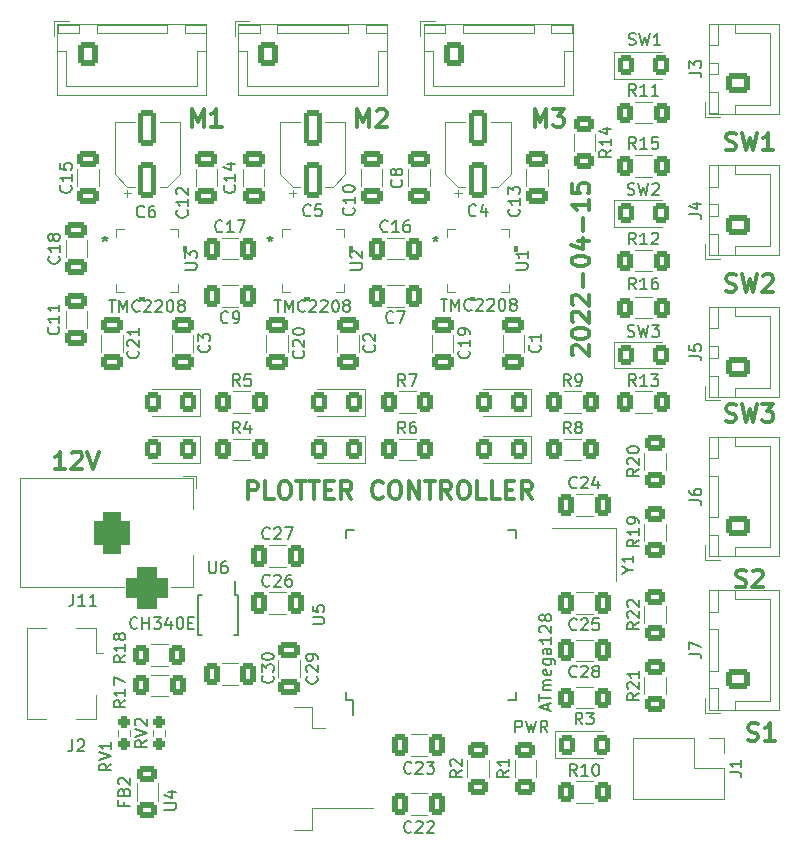
<source format=gbr>
%TF.GenerationSoftware,KiCad,Pcbnew,(6.0.4)*%
%TF.CreationDate,2022-04-20T22:20:39+02:00*%
%TF.ProjectId,coaster,636f6173-7465-4722-9e6b-696361645f70,rev?*%
%TF.SameCoordinates,Original*%
%TF.FileFunction,Legend,Top*%
%TF.FilePolarity,Positive*%
%FSLAX46Y46*%
G04 Gerber Fmt 4.6, Leading zero omitted, Abs format (unit mm)*
G04 Created by KiCad (PCBNEW (6.0.4)) date 2022-04-20 22:20:39*
%MOMM*%
%LPD*%
G01*
G04 APERTURE LIST*
G04 Aperture macros list*
%AMRoundRect*
0 Rectangle with rounded corners*
0 $1 Rounding radius*
0 $2 $3 $4 $5 $6 $7 $8 $9 X,Y pos of 4 corners*
0 Add a 4 corners polygon primitive as box body*
4,1,4,$2,$3,$4,$5,$6,$7,$8,$9,$2,$3,0*
0 Add four circle primitives for the rounded corners*
1,1,$1+$1,$2,$3*
1,1,$1+$1,$4,$5*
1,1,$1+$1,$6,$7*
1,1,$1+$1,$8,$9*
0 Add four rect primitives between the rounded corners*
20,1,$1+$1,$2,$3,$4,$5,0*
20,1,$1+$1,$4,$5,$6,$7,0*
20,1,$1+$1,$6,$7,$8,$9,0*
20,1,$1+$1,$8,$9,$2,$3,0*%
G04 Aperture macros list end*
%ADD10C,0.300000*%
%ADD11C,0.150000*%
%ADD12C,0.120000*%
%ADD13C,0.100000*%
%ADD14RoundRect,0.250000X0.625000X-0.400000X0.625000X0.400000X-0.625000X0.400000X-0.625000X-0.400000X0*%
%ADD15RoundRect,0.250000X-0.650000X0.412500X-0.650000X-0.412500X0.650000X-0.412500X0.650000X0.412500X0*%
%ADD16RoundRect,0.250000X0.650000X-0.412500X0.650000X0.412500X-0.650000X0.412500X-0.650000X-0.412500X0*%
%ADD17RoundRect,0.250000X-0.412500X-0.650000X0.412500X-0.650000X0.412500X0.650000X-0.412500X0.650000X0*%
%ADD18RoundRect,0.250000X-0.400000X-0.625000X0.400000X-0.625000X0.400000X0.625000X-0.400000X0.625000X0*%
%ADD19RoundRect,0.250000X0.550000X-1.250000X0.550000X1.250000X-0.550000X1.250000X-0.550000X-1.250000X0*%
%ADD20RoundRect,0.250000X-0.600000X-0.725000X0.600000X-0.725000X0.600000X0.725000X-0.600000X0.725000X0*%
%ADD21O,1.700000X1.950000*%
%ADD22RoundRect,0.250000X0.412500X0.650000X-0.412500X0.650000X-0.412500X-0.650000X0.412500X-0.650000X0*%
%ADD23R,3.500000X3.500000*%
%ADD24RoundRect,0.750000X-0.750000X-1.000000X0.750000X-1.000000X0.750000X1.000000X-0.750000X1.000000X0*%
%ADD25RoundRect,0.875000X-0.875000X-0.875000X0.875000X-0.875000X0.875000X0.875000X-0.875000X0.875000X0*%
%ADD26R,0.909599X0.254800*%
%ADD27R,0.254800X0.909599*%
%ADD28R,3.098800X3.098800*%
%ADD29R,1.700000X1.700000*%
%ADD30O,1.700000X1.700000*%
%ADD31R,2.100000X1.800000*%
%ADD32RoundRect,0.250001X0.462499X0.624999X-0.462499X0.624999X-0.462499X-0.624999X0.462499X-0.624999X0*%
%ADD33RoundRect,0.250000X-0.625000X0.400000X-0.625000X-0.400000X0.625000X-0.400000X0.625000X0.400000X0*%
%ADD34RoundRect,0.250001X-0.462499X-0.624999X0.462499X-0.624999X0.462499X0.624999X-0.462499X0.624999X0*%
%ADD35RoundRect,0.250000X0.400000X0.625000X-0.400000X0.625000X-0.400000X-0.625000X0.400000X-0.625000X0*%
%ADD36R,0.550000X1.500000*%
%ADD37R,1.500000X0.550000*%
%ADD38R,0.300000X1.400000*%
%ADD39RoundRect,0.250000X0.750000X-0.600000X0.750000X0.600000X-0.750000X0.600000X-0.750000X-0.600000X0*%
%ADD40O,2.000000X1.700000*%
%ADD41RoundRect,0.237500X-0.237500X0.250000X-0.237500X-0.250000X0.237500X-0.250000X0.237500X0.250000X0*%
%ADD42R,4.600000X1.100000*%
%ADD43R,9.400000X10.800000*%
%ADD44RoundRect,0.250000X0.725000X-0.600000X0.725000X0.600000X-0.725000X0.600000X-0.725000X-0.600000X0*%
%ADD45O,1.950000X1.700000*%
%ADD46R,1.400000X0.400000*%
%ADD47R,1.900000X1.800000*%
%ADD48R,1.900000X2.300000*%
G04 APERTURE END LIST*
D10*
X124499999Y-79178571D02*
X124499999Y-77678571D01*
X125071428Y-77678571D01*
X125214285Y-77750000D01*
X125285714Y-77821428D01*
X125357142Y-77964285D01*
X125357142Y-78178571D01*
X125285714Y-78321428D01*
X125214285Y-78392857D01*
X125071428Y-78464285D01*
X124499999Y-78464285D01*
X126714285Y-79178571D02*
X125999999Y-79178571D01*
X125999999Y-77678571D01*
X127499999Y-77678571D02*
X127785714Y-77678571D01*
X127928571Y-77750000D01*
X128071428Y-77892857D01*
X128142857Y-78178571D01*
X128142857Y-78678571D01*
X128071428Y-78964285D01*
X127928571Y-79107142D01*
X127785714Y-79178571D01*
X127499999Y-79178571D01*
X127357142Y-79107142D01*
X127214285Y-78964285D01*
X127142857Y-78678571D01*
X127142857Y-78178571D01*
X127214285Y-77892857D01*
X127357142Y-77750000D01*
X127499999Y-77678571D01*
X128571428Y-77678571D02*
X129428571Y-77678571D01*
X128999999Y-79178571D02*
X128999999Y-77678571D01*
X129714285Y-77678571D02*
X130571428Y-77678571D01*
X130142857Y-79178571D02*
X130142857Y-77678571D01*
X131071428Y-78392857D02*
X131571428Y-78392857D01*
X131785714Y-79178571D02*
X131071428Y-79178571D01*
X131071428Y-77678571D01*
X131785714Y-77678571D01*
X133285714Y-79178571D02*
X132785714Y-78464285D01*
X132428571Y-79178571D02*
X132428571Y-77678571D01*
X132999999Y-77678571D01*
X133142857Y-77750000D01*
X133214285Y-77821428D01*
X133285714Y-77964285D01*
X133285714Y-78178571D01*
X133214285Y-78321428D01*
X133142857Y-78392857D01*
X132999999Y-78464285D01*
X132428571Y-78464285D01*
X135928571Y-79035714D02*
X135857142Y-79107142D01*
X135642857Y-79178571D01*
X135500000Y-79178571D01*
X135285714Y-79107142D01*
X135142857Y-78964285D01*
X135071428Y-78821428D01*
X135000000Y-78535714D01*
X135000000Y-78321428D01*
X135071428Y-78035714D01*
X135142857Y-77892857D01*
X135285714Y-77750000D01*
X135500000Y-77678571D01*
X135642857Y-77678571D01*
X135857142Y-77750000D01*
X135928571Y-77821428D01*
X136857142Y-77678571D02*
X137142857Y-77678571D01*
X137285714Y-77750000D01*
X137428571Y-77892857D01*
X137500000Y-78178571D01*
X137500000Y-78678571D01*
X137428571Y-78964285D01*
X137285714Y-79107142D01*
X137142857Y-79178571D01*
X136857142Y-79178571D01*
X136714285Y-79107142D01*
X136571428Y-78964285D01*
X136500000Y-78678571D01*
X136500000Y-78178571D01*
X136571428Y-77892857D01*
X136714285Y-77750000D01*
X136857142Y-77678571D01*
X138142857Y-79178571D02*
X138142857Y-77678571D01*
X139000000Y-79178571D01*
X139000000Y-77678571D01*
X139500000Y-77678571D02*
X140357142Y-77678571D01*
X139928571Y-79178571D02*
X139928571Y-77678571D01*
X141714285Y-79178571D02*
X141214285Y-78464285D01*
X140857142Y-79178571D02*
X140857142Y-77678571D01*
X141428571Y-77678571D01*
X141571428Y-77750000D01*
X141642857Y-77821428D01*
X141714285Y-77964285D01*
X141714285Y-78178571D01*
X141642857Y-78321428D01*
X141571428Y-78392857D01*
X141428571Y-78464285D01*
X140857142Y-78464285D01*
X142642857Y-77678571D02*
X142928571Y-77678571D01*
X143071428Y-77750000D01*
X143214285Y-77892857D01*
X143285714Y-78178571D01*
X143285714Y-78678571D01*
X143214285Y-78964285D01*
X143071428Y-79107142D01*
X142928571Y-79178571D01*
X142642857Y-79178571D01*
X142500000Y-79107142D01*
X142357142Y-78964285D01*
X142285714Y-78678571D01*
X142285714Y-78178571D01*
X142357142Y-77892857D01*
X142500000Y-77750000D01*
X142642857Y-77678571D01*
X144642857Y-79178571D02*
X143928571Y-79178571D01*
X143928571Y-77678571D01*
X145857142Y-79178571D02*
X145142857Y-79178571D01*
X145142857Y-77678571D01*
X146357142Y-78392857D02*
X146857142Y-78392857D01*
X147071428Y-79178571D02*
X146357142Y-79178571D01*
X146357142Y-77678571D01*
X147071428Y-77678571D01*
X148571428Y-79178571D02*
X148071428Y-78464285D01*
X147714285Y-79178571D02*
X147714285Y-77678571D01*
X148285714Y-77678571D01*
X148428571Y-77750000D01*
X148500000Y-77821428D01*
X148571428Y-77964285D01*
X148571428Y-78178571D01*
X148500000Y-78321428D01*
X148428571Y-78392857D01*
X148285714Y-78464285D01*
X147714285Y-78464285D01*
X166857142Y-99607142D02*
X167071428Y-99678571D01*
X167428571Y-99678571D01*
X167571428Y-99607142D01*
X167642857Y-99535714D01*
X167714285Y-99392857D01*
X167714285Y-99250000D01*
X167642857Y-99107142D01*
X167571428Y-99035714D01*
X167428571Y-98964285D01*
X167142857Y-98892857D01*
X167000000Y-98821428D01*
X166928571Y-98750000D01*
X166857142Y-98607142D01*
X166857142Y-98464285D01*
X166928571Y-98321428D01*
X167000000Y-98250000D01*
X167142857Y-98178571D01*
X167500000Y-98178571D01*
X167714285Y-98250000D01*
X169142857Y-99678571D02*
X168285714Y-99678571D01*
X168714285Y-99678571D02*
X168714285Y-98178571D01*
X168571428Y-98392857D01*
X168428571Y-98535714D01*
X168285714Y-98607142D01*
X133785714Y-47678571D02*
X133785714Y-46178571D01*
X134285714Y-47250000D01*
X134785714Y-46178571D01*
X134785714Y-47678571D01*
X135428571Y-46321428D02*
X135500000Y-46250000D01*
X135642857Y-46178571D01*
X136000000Y-46178571D01*
X136142857Y-46250000D01*
X136214285Y-46321428D01*
X136285714Y-46464285D01*
X136285714Y-46607142D01*
X136214285Y-46821428D01*
X135357142Y-47678571D01*
X136285714Y-47678571D01*
X165000000Y-61607142D02*
X165214285Y-61678571D01*
X165571428Y-61678571D01*
X165714285Y-61607142D01*
X165785714Y-61535714D01*
X165857142Y-61392857D01*
X165857142Y-61250000D01*
X165785714Y-61107142D01*
X165714285Y-61035714D01*
X165571428Y-60964285D01*
X165285714Y-60892857D01*
X165142857Y-60821428D01*
X165071428Y-60750000D01*
X165000000Y-60607142D01*
X165000000Y-60464285D01*
X165071428Y-60321428D01*
X165142857Y-60250000D01*
X165285714Y-60178571D01*
X165642857Y-60178571D01*
X165857142Y-60250000D01*
X166357142Y-60178571D02*
X166714285Y-61678571D01*
X167000000Y-60607142D01*
X167285714Y-61678571D01*
X167642857Y-60178571D01*
X168142857Y-60321428D02*
X168214285Y-60250000D01*
X168357142Y-60178571D01*
X168714285Y-60178571D01*
X168857142Y-60250000D01*
X168928571Y-60321428D01*
X169000000Y-60464285D01*
X169000000Y-60607142D01*
X168928571Y-60821428D01*
X168071428Y-61678571D01*
X169000000Y-61678571D01*
X165857142Y-86607142D02*
X166071428Y-86678571D01*
X166428571Y-86678571D01*
X166571428Y-86607142D01*
X166642857Y-86535714D01*
X166714285Y-86392857D01*
X166714285Y-86250000D01*
X166642857Y-86107142D01*
X166571428Y-86035714D01*
X166428571Y-85964285D01*
X166142857Y-85892857D01*
X166000000Y-85821428D01*
X165928571Y-85750000D01*
X165857142Y-85607142D01*
X165857142Y-85464285D01*
X165928571Y-85321428D01*
X166000000Y-85250000D01*
X166142857Y-85178571D01*
X166500000Y-85178571D01*
X166714285Y-85250000D01*
X167285714Y-85321428D02*
X167357142Y-85250000D01*
X167500000Y-85178571D01*
X167857142Y-85178571D01*
X168000000Y-85250000D01*
X168071428Y-85321428D01*
X168142857Y-85464285D01*
X168142857Y-85607142D01*
X168071428Y-85821428D01*
X167214285Y-86678571D01*
X168142857Y-86678571D01*
X148785714Y-47678571D02*
X148785714Y-46178571D01*
X149285714Y-47250000D01*
X149785714Y-46178571D01*
X149785714Y-47678571D01*
X150357142Y-46178571D02*
X151285714Y-46178571D01*
X150785714Y-46750000D01*
X151000000Y-46750000D01*
X151142857Y-46821428D01*
X151214285Y-46892857D01*
X151285714Y-47035714D01*
X151285714Y-47392857D01*
X151214285Y-47535714D01*
X151142857Y-47607142D01*
X151000000Y-47678571D01*
X150571428Y-47678571D01*
X150428571Y-47607142D01*
X150357142Y-47535714D01*
X119785714Y-47678571D02*
X119785714Y-46178571D01*
X120285714Y-47250000D01*
X120785714Y-46178571D01*
X120785714Y-47678571D01*
X122285714Y-47678571D02*
X121428571Y-47678571D01*
X121857142Y-47678571D02*
X121857142Y-46178571D01*
X121714285Y-46392857D01*
X121571428Y-46535714D01*
X121428571Y-46607142D01*
X165000000Y-49607142D02*
X165214285Y-49678571D01*
X165571428Y-49678571D01*
X165714285Y-49607142D01*
X165785714Y-49535714D01*
X165857142Y-49392857D01*
X165857142Y-49250000D01*
X165785714Y-49107142D01*
X165714285Y-49035714D01*
X165571428Y-48964285D01*
X165285714Y-48892857D01*
X165142857Y-48821428D01*
X165071428Y-48750000D01*
X165000000Y-48607142D01*
X165000000Y-48464285D01*
X165071428Y-48321428D01*
X165142857Y-48250000D01*
X165285714Y-48178571D01*
X165642857Y-48178571D01*
X165857142Y-48250000D01*
X166357142Y-48178571D02*
X166714285Y-49678571D01*
X167000000Y-48607142D01*
X167285714Y-49678571D01*
X167642857Y-48178571D01*
X169000000Y-49678571D02*
X168142857Y-49678571D01*
X168571428Y-49678571D02*
X168571428Y-48178571D01*
X168428571Y-48392857D01*
X168285714Y-48535714D01*
X168142857Y-48607142D01*
X109071428Y-76678571D02*
X108214285Y-76678571D01*
X108642857Y-76678571D02*
X108642857Y-75178571D01*
X108500000Y-75392857D01*
X108357142Y-75535714D01*
X108214285Y-75607142D01*
X109642857Y-75321428D02*
X109714285Y-75250000D01*
X109857142Y-75178571D01*
X110214285Y-75178571D01*
X110357142Y-75250000D01*
X110428571Y-75321428D01*
X110500000Y-75464285D01*
X110500000Y-75607142D01*
X110428571Y-75821428D01*
X109571428Y-76678571D01*
X110500000Y-76678571D01*
X110928571Y-75178571D02*
X111428571Y-76678571D01*
X111928571Y-75178571D01*
X152071428Y-67035714D02*
X152000000Y-66964285D01*
X151928571Y-66821428D01*
X151928571Y-66464285D01*
X152000000Y-66321428D01*
X152071428Y-66250000D01*
X152214285Y-66178571D01*
X152357142Y-66178571D01*
X152571428Y-66250000D01*
X153428571Y-67107142D01*
X153428571Y-66178571D01*
X151928571Y-65250000D02*
X151928571Y-65107142D01*
X152000000Y-64964285D01*
X152071428Y-64892857D01*
X152214285Y-64821428D01*
X152500000Y-64750000D01*
X152857142Y-64750000D01*
X153142857Y-64821428D01*
X153285714Y-64892857D01*
X153357142Y-64964285D01*
X153428571Y-65107142D01*
X153428571Y-65250000D01*
X153357142Y-65392857D01*
X153285714Y-65464285D01*
X153142857Y-65535714D01*
X152857142Y-65607142D01*
X152500000Y-65607142D01*
X152214285Y-65535714D01*
X152071428Y-65464285D01*
X152000000Y-65392857D01*
X151928571Y-65250000D01*
X152071428Y-64178571D02*
X152000000Y-64107142D01*
X151928571Y-63964285D01*
X151928571Y-63607142D01*
X152000000Y-63464285D01*
X152071428Y-63392857D01*
X152214285Y-63321428D01*
X152357142Y-63321428D01*
X152571428Y-63392857D01*
X153428571Y-64250000D01*
X153428571Y-63321428D01*
X152071428Y-62750000D02*
X152000000Y-62678571D01*
X151928571Y-62535714D01*
X151928571Y-62178571D01*
X152000000Y-62035714D01*
X152071428Y-61964285D01*
X152214285Y-61892857D01*
X152357142Y-61892857D01*
X152571428Y-61964285D01*
X153428571Y-62821428D01*
X153428571Y-61892857D01*
X152857142Y-61250000D02*
X152857142Y-60107142D01*
X151928571Y-59107142D02*
X151928571Y-58964285D01*
X152000000Y-58821428D01*
X152071428Y-58750000D01*
X152214285Y-58678571D01*
X152500000Y-58607142D01*
X152857142Y-58607142D01*
X153142857Y-58678571D01*
X153285714Y-58750000D01*
X153357142Y-58821428D01*
X153428571Y-58964285D01*
X153428571Y-59107142D01*
X153357142Y-59250000D01*
X153285714Y-59321428D01*
X153142857Y-59392857D01*
X152857142Y-59464285D01*
X152500000Y-59464285D01*
X152214285Y-59392857D01*
X152071428Y-59321428D01*
X152000000Y-59250000D01*
X151928571Y-59107142D01*
X152428571Y-57321428D02*
X153428571Y-57321428D01*
X151857142Y-57678571D02*
X152928571Y-58035714D01*
X152928571Y-57107142D01*
X152857142Y-56535714D02*
X152857142Y-55392857D01*
X153428571Y-53892857D02*
X153428571Y-54750000D01*
X153428571Y-54321428D02*
X151928571Y-54321428D01*
X152142857Y-54464285D01*
X152285714Y-54607142D01*
X152357142Y-54750000D01*
X151928571Y-52535714D02*
X151928571Y-53250000D01*
X152642857Y-53321428D01*
X152571428Y-53250000D01*
X152500000Y-53107142D01*
X152500000Y-52750000D01*
X152571428Y-52607142D01*
X152642857Y-52535714D01*
X152785714Y-52464285D01*
X153142857Y-52464285D01*
X153285714Y-52535714D01*
X153357142Y-52607142D01*
X153428571Y-52750000D01*
X153428571Y-53107142D01*
X153357142Y-53250000D01*
X153285714Y-53321428D01*
X165000000Y-72607142D02*
X165214285Y-72678571D01*
X165571428Y-72678571D01*
X165714285Y-72607142D01*
X165785714Y-72535714D01*
X165857142Y-72392857D01*
X165857142Y-72250000D01*
X165785714Y-72107142D01*
X165714285Y-72035714D01*
X165571428Y-71964285D01*
X165285714Y-71892857D01*
X165142857Y-71821428D01*
X165071428Y-71750000D01*
X165000000Y-71607142D01*
X165000000Y-71464285D01*
X165071428Y-71321428D01*
X165142857Y-71250000D01*
X165285714Y-71178571D01*
X165642857Y-71178571D01*
X165857142Y-71250000D01*
X166357142Y-71178571D02*
X166714285Y-72678571D01*
X167000000Y-71607142D01*
X167285714Y-72678571D01*
X167642857Y-71178571D01*
X168071428Y-71178571D02*
X169000000Y-71178571D01*
X168500000Y-71750000D01*
X168714285Y-71750000D01*
X168857142Y-71821428D01*
X168928571Y-71892857D01*
X169000000Y-72035714D01*
X169000000Y-72392857D01*
X168928571Y-72535714D01*
X168857142Y-72607142D01*
X168714285Y-72678571D01*
X168285714Y-72678571D01*
X168142857Y-72607142D01*
X168071428Y-72535714D01*
D11*
%TO.C,R20*%
X157632380Y-76642857D02*
X157156190Y-76976190D01*
X157632380Y-77214285D02*
X156632380Y-77214285D01*
X156632380Y-76833333D01*
X156680000Y-76738095D01*
X156727619Y-76690476D01*
X156822857Y-76642857D01*
X156965714Y-76642857D01*
X157060952Y-76690476D01*
X157108571Y-76738095D01*
X157156190Y-76833333D01*
X157156190Y-77214285D01*
X156727619Y-76261904D02*
X156680000Y-76214285D01*
X156632380Y-76119047D01*
X156632380Y-75880952D01*
X156680000Y-75785714D01*
X156727619Y-75738095D01*
X156822857Y-75690476D01*
X156918095Y-75690476D01*
X157060952Y-75738095D01*
X157632380Y-76309523D01*
X157632380Y-75690476D01*
X156632380Y-75071428D02*
X156632380Y-74976190D01*
X156680000Y-74880952D01*
X156727619Y-74833333D01*
X156822857Y-74785714D01*
X157013333Y-74738095D01*
X157251428Y-74738095D01*
X157441904Y-74785714D01*
X157537142Y-74833333D01*
X157584761Y-74880952D01*
X157632380Y-74976190D01*
X157632380Y-75071428D01*
X157584761Y-75166666D01*
X157537142Y-75214285D01*
X157441904Y-75261904D01*
X157251428Y-75309523D01*
X157013333Y-75309523D01*
X156822857Y-75261904D01*
X156727619Y-75214285D01*
X156680000Y-75166666D01*
X156632380Y-75071428D01*
%TO.C,C1*%
X149207142Y-66166666D02*
X149254761Y-66214285D01*
X149302380Y-66357142D01*
X149302380Y-66452380D01*
X149254761Y-66595238D01*
X149159523Y-66690476D01*
X149064285Y-66738095D01*
X148873809Y-66785714D01*
X148730952Y-66785714D01*
X148540476Y-66738095D01*
X148445238Y-66690476D01*
X148350000Y-66595238D01*
X148302380Y-66452380D01*
X148302380Y-66357142D01*
X148350000Y-66214285D01*
X148397619Y-66166666D01*
X149302380Y-65214285D02*
X149302380Y-65785714D01*
X149302380Y-65500000D02*
X148302380Y-65500000D01*
X148445238Y-65595238D01*
X148540476Y-65690476D01*
X148588095Y-65785714D01*
%TO.C,C20*%
X129207142Y-66642857D02*
X129254761Y-66690476D01*
X129302380Y-66833333D01*
X129302380Y-66928571D01*
X129254761Y-67071428D01*
X129159523Y-67166666D01*
X129064285Y-67214285D01*
X128873809Y-67261904D01*
X128730952Y-67261904D01*
X128540476Y-67214285D01*
X128445238Y-67166666D01*
X128350000Y-67071428D01*
X128302380Y-66928571D01*
X128302380Y-66833333D01*
X128350000Y-66690476D01*
X128397619Y-66642857D01*
X128397619Y-66261904D02*
X128350000Y-66214285D01*
X128302380Y-66119047D01*
X128302380Y-65880952D01*
X128350000Y-65785714D01*
X128397619Y-65738095D01*
X128492857Y-65690476D01*
X128588095Y-65690476D01*
X128730952Y-65738095D01*
X129302380Y-66309523D01*
X129302380Y-65690476D01*
X128302380Y-65071428D02*
X128302380Y-64976190D01*
X128350000Y-64880952D01*
X128397619Y-64833333D01*
X128492857Y-64785714D01*
X128683333Y-64738095D01*
X128921428Y-64738095D01*
X129111904Y-64785714D01*
X129207142Y-64833333D01*
X129254761Y-64880952D01*
X129302380Y-64976190D01*
X129302380Y-65071428D01*
X129254761Y-65166666D01*
X129207142Y-65214285D01*
X129111904Y-65261904D01*
X128921428Y-65309523D01*
X128683333Y-65309523D01*
X128492857Y-65261904D01*
X128397619Y-65214285D01*
X128350000Y-65166666D01*
X128302380Y-65071428D01*
%TO.C,C29*%
X130357142Y-94205357D02*
X130404761Y-94252976D01*
X130452380Y-94395833D01*
X130452380Y-94491071D01*
X130404761Y-94633928D01*
X130309523Y-94729166D01*
X130214285Y-94776785D01*
X130023809Y-94824404D01*
X129880952Y-94824404D01*
X129690476Y-94776785D01*
X129595238Y-94729166D01*
X129500000Y-94633928D01*
X129452380Y-94491071D01*
X129452380Y-94395833D01*
X129500000Y-94252976D01*
X129547619Y-94205357D01*
X129547619Y-93824404D02*
X129500000Y-93776785D01*
X129452380Y-93681547D01*
X129452380Y-93443452D01*
X129500000Y-93348214D01*
X129547619Y-93300595D01*
X129642857Y-93252976D01*
X129738095Y-93252976D01*
X129880952Y-93300595D01*
X130452380Y-93872023D01*
X130452380Y-93252976D01*
X130452380Y-92776785D02*
X130452380Y-92586309D01*
X130404761Y-92491071D01*
X130357142Y-92443452D01*
X130214285Y-92348214D01*
X130023809Y-92300595D01*
X129642857Y-92300595D01*
X129547619Y-92348214D01*
X129500000Y-92395833D01*
X129452380Y-92491071D01*
X129452380Y-92681547D01*
X129500000Y-92776785D01*
X129547619Y-92824404D01*
X129642857Y-92872023D01*
X129880952Y-92872023D01*
X129976190Y-92824404D01*
X130023809Y-92776785D01*
X130071428Y-92681547D01*
X130071428Y-92491071D01*
X130023809Y-92395833D01*
X129976190Y-92348214D01*
X129880952Y-92300595D01*
%TO.C,C26*%
X126357142Y-86507142D02*
X126309523Y-86554761D01*
X126166666Y-86602380D01*
X126071428Y-86602380D01*
X125928571Y-86554761D01*
X125833333Y-86459523D01*
X125785714Y-86364285D01*
X125738095Y-86173809D01*
X125738095Y-86030952D01*
X125785714Y-85840476D01*
X125833333Y-85745238D01*
X125928571Y-85650000D01*
X126071428Y-85602380D01*
X126166666Y-85602380D01*
X126309523Y-85650000D01*
X126357142Y-85697619D01*
X126738095Y-85697619D02*
X126785714Y-85650000D01*
X126880952Y-85602380D01*
X127119047Y-85602380D01*
X127214285Y-85650000D01*
X127261904Y-85697619D01*
X127309523Y-85792857D01*
X127309523Y-85888095D01*
X127261904Y-86030952D01*
X126690476Y-86602380D01*
X127309523Y-86602380D01*
X128166666Y-85602380D02*
X127976190Y-85602380D01*
X127880952Y-85650000D01*
X127833333Y-85697619D01*
X127738095Y-85840476D01*
X127690476Y-86030952D01*
X127690476Y-86411904D01*
X127738095Y-86507142D01*
X127785714Y-86554761D01*
X127880952Y-86602380D01*
X128071428Y-86602380D01*
X128166666Y-86554761D01*
X128214285Y-86507142D01*
X128261904Y-86411904D01*
X128261904Y-86173809D01*
X128214285Y-86078571D01*
X128166666Y-86030952D01*
X128071428Y-85983333D01*
X127880952Y-85983333D01*
X127785714Y-86030952D01*
X127738095Y-86078571D01*
X127690476Y-86173809D01*
%TO.C,R5*%
X123833333Y-69632380D02*
X123500000Y-69156190D01*
X123261904Y-69632380D02*
X123261904Y-68632380D01*
X123642857Y-68632380D01*
X123738095Y-68680000D01*
X123785714Y-68727619D01*
X123833333Y-68822857D01*
X123833333Y-68965714D01*
X123785714Y-69060952D01*
X123738095Y-69108571D01*
X123642857Y-69156190D01*
X123261904Y-69156190D01*
X124738095Y-68632380D02*
X124261904Y-68632380D01*
X124214285Y-69108571D01*
X124261904Y-69060952D01*
X124357142Y-69013333D01*
X124595238Y-69013333D01*
X124690476Y-69060952D01*
X124738095Y-69108571D01*
X124785714Y-69203809D01*
X124785714Y-69441904D01*
X124738095Y-69537142D01*
X124690476Y-69584761D01*
X124595238Y-69632380D01*
X124357142Y-69632380D01*
X124261904Y-69584761D01*
X124214285Y-69537142D01*
%TO.C,C5*%
X129833333Y-55157142D02*
X129785714Y-55204761D01*
X129642857Y-55252380D01*
X129547619Y-55252380D01*
X129404761Y-55204761D01*
X129309523Y-55109523D01*
X129261904Y-55014285D01*
X129214285Y-54823809D01*
X129214285Y-54680952D01*
X129261904Y-54490476D01*
X129309523Y-54395238D01*
X129404761Y-54300000D01*
X129547619Y-54252380D01*
X129642857Y-54252380D01*
X129785714Y-54300000D01*
X129833333Y-54347619D01*
X130738095Y-54252380D02*
X130261904Y-54252380D01*
X130214285Y-54728571D01*
X130261904Y-54680952D01*
X130357142Y-54633333D01*
X130595238Y-54633333D01*
X130690476Y-54680952D01*
X130738095Y-54728571D01*
X130785714Y-54823809D01*
X130785714Y-55061904D01*
X130738095Y-55157142D01*
X130690476Y-55204761D01*
X130595238Y-55252380D01*
X130357142Y-55252380D01*
X130261904Y-55204761D01*
X130214285Y-55157142D01*
%TO.C,C11*%
X108457142Y-64642857D02*
X108504761Y-64690476D01*
X108552380Y-64833333D01*
X108552380Y-64928571D01*
X108504761Y-65071428D01*
X108409523Y-65166666D01*
X108314285Y-65214285D01*
X108123809Y-65261904D01*
X107980952Y-65261904D01*
X107790476Y-65214285D01*
X107695238Y-65166666D01*
X107600000Y-65071428D01*
X107552380Y-64928571D01*
X107552380Y-64833333D01*
X107600000Y-64690476D01*
X107647619Y-64642857D01*
X108552380Y-63690476D02*
X108552380Y-64261904D01*
X108552380Y-63976190D02*
X107552380Y-63976190D01*
X107695238Y-64071428D01*
X107790476Y-64166666D01*
X107838095Y-64261904D01*
X108552380Y-62738095D02*
X108552380Y-63309523D01*
X108552380Y-63023809D02*
X107552380Y-63023809D01*
X107695238Y-63119047D01*
X107790476Y-63214285D01*
X107838095Y-63309523D01*
%TO.C,C25*%
X152357142Y-90207142D02*
X152309523Y-90254761D01*
X152166666Y-90302380D01*
X152071428Y-90302380D01*
X151928571Y-90254761D01*
X151833333Y-90159523D01*
X151785714Y-90064285D01*
X151738095Y-89873809D01*
X151738095Y-89730952D01*
X151785714Y-89540476D01*
X151833333Y-89445238D01*
X151928571Y-89350000D01*
X152071428Y-89302380D01*
X152166666Y-89302380D01*
X152309523Y-89350000D01*
X152357142Y-89397619D01*
X152738095Y-89397619D02*
X152785714Y-89350000D01*
X152880952Y-89302380D01*
X153119047Y-89302380D01*
X153214285Y-89350000D01*
X153261904Y-89397619D01*
X153309523Y-89492857D01*
X153309523Y-89588095D01*
X153261904Y-89730952D01*
X152690476Y-90302380D01*
X153309523Y-90302380D01*
X154214285Y-89302380D02*
X153738095Y-89302380D01*
X153690476Y-89778571D01*
X153738095Y-89730952D01*
X153833333Y-89683333D01*
X154071428Y-89683333D01*
X154166666Y-89730952D01*
X154214285Y-89778571D01*
X154261904Y-89873809D01*
X154261904Y-90111904D01*
X154214285Y-90207142D01*
X154166666Y-90254761D01*
X154071428Y-90302380D01*
X153833333Y-90302380D01*
X153738095Y-90254761D01*
X153690476Y-90207142D01*
%TO.C,J11*%
X109740476Y-87244880D02*
X109740476Y-87959166D01*
X109692857Y-88102023D01*
X109597619Y-88197261D01*
X109454761Y-88244880D01*
X109359523Y-88244880D01*
X110740476Y-88244880D02*
X110169047Y-88244880D01*
X110454761Y-88244880D02*
X110454761Y-87244880D01*
X110359523Y-87387738D01*
X110264285Y-87482976D01*
X110169047Y-87530595D01*
X111692857Y-88244880D02*
X111121428Y-88244880D01*
X111407142Y-88244880D02*
X111407142Y-87244880D01*
X111311904Y-87387738D01*
X111216666Y-87482976D01*
X111121428Y-87530595D01*
%TO.C,C24*%
X152357142Y-78207142D02*
X152309523Y-78254761D01*
X152166666Y-78302380D01*
X152071428Y-78302380D01*
X151928571Y-78254761D01*
X151833333Y-78159523D01*
X151785714Y-78064285D01*
X151738095Y-77873809D01*
X151738095Y-77730952D01*
X151785714Y-77540476D01*
X151833333Y-77445238D01*
X151928571Y-77350000D01*
X152071428Y-77302380D01*
X152166666Y-77302380D01*
X152309523Y-77350000D01*
X152357142Y-77397619D01*
X152738095Y-77397619D02*
X152785714Y-77350000D01*
X152880952Y-77302380D01*
X153119047Y-77302380D01*
X153214285Y-77350000D01*
X153261904Y-77397619D01*
X153309523Y-77492857D01*
X153309523Y-77588095D01*
X153261904Y-77730952D01*
X152690476Y-78302380D01*
X153309523Y-78302380D01*
X154166666Y-77635714D02*
X154166666Y-78302380D01*
X153928571Y-77254761D02*
X153690476Y-77969047D01*
X154309523Y-77969047D01*
%TO.C,C21*%
X115207142Y-66642857D02*
X115254761Y-66690476D01*
X115302380Y-66833333D01*
X115302380Y-66928571D01*
X115254761Y-67071428D01*
X115159523Y-67166666D01*
X115064285Y-67214285D01*
X114873809Y-67261904D01*
X114730952Y-67261904D01*
X114540476Y-67214285D01*
X114445238Y-67166666D01*
X114350000Y-67071428D01*
X114302380Y-66928571D01*
X114302380Y-66833333D01*
X114350000Y-66690476D01*
X114397619Y-66642857D01*
X114397619Y-66261904D02*
X114350000Y-66214285D01*
X114302380Y-66119047D01*
X114302380Y-65880952D01*
X114350000Y-65785714D01*
X114397619Y-65738095D01*
X114492857Y-65690476D01*
X114588095Y-65690476D01*
X114730952Y-65738095D01*
X115302380Y-66309523D01*
X115302380Y-65690476D01*
X115302380Y-64738095D02*
X115302380Y-65309523D01*
X115302380Y-65023809D02*
X114302380Y-65023809D01*
X114445238Y-65119047D01*
X114540476Y-65214285D01*
X114588095Y-65309523D01*
%TO.C,U3*%
X119202380Y-59761904D02*
X120011904Y-59761904D01*
X120107142Y-59714285D01*
X120154761Y-59666666D01*
X120202380Y-59571428D01*
X120202380Y-59380952D01*
X120154761Y-59285714D01*
X120107142Y-59238095D01*
X120011904Y-59190476D01*
X119202380Y-59190476D01*
X119202380Y-58809523D02*
X119202380Y-58190476D01*
X119583333Y-58523809D01*
X119583333Y-58380952D01*
X119630952Y-58285714D01*
X119678571Y-58238095D01*
X119773809Y-58190476D01*
X120011904Y-58190476D01*
X120107142Y-58238095D01*
X120154761Y-58285714D01*
X120202380Y-58380952D01*
X120202380Y-58666666D01*
X120154761Y-58761904D01*
X120107142Y-58809523D01*
X112738095Y-62352380D02*
X113309523Y-62352380D01*
X113023809Y-63352380D02*
X113023809Y-62352380D01*
X113642857Y-63352380D02*
X113642857Y-62352380D01*
X113976190Y-63066666D01*
X114309523Y-62352380D01*
X114309523Y-63352380D01*
X115357142Y-63257142D02*
X115309523Y-63304761D01*
X115166666Y-63352380D01*
X115071428Y-63352380D01*
X114928571Y-63304761D01*
X114833333Y-63209523D01*
X114785714Y-63114285D01*
X114738095Y-62923809D01*
X114738095Y-62780952D01*
X114785714Y-62590476D01*
X114833333Y-62495238D01*
X114928571Y-62400000D01*
X115071428Y-62352380D01*
X115166666Y-62352380D01*
X115309523Y-62400000D01*
X115357142Y-62447619D01*
X115738095Y-62447619D02*
X115785714Y-62400000D01*
X115880952Y-62352380D01*
X116119047Y-62352380D01*
X116214285Y-62400000D01*
X116261904Y-62447619D01*
X116309523Y-62542857D01*
X116309523Y-62638095D01*
X116261904Y-62780952D01*
X115690476Y-63352380D01*
X116309523Y-63352380D01*
X116690476Y-62447619D02*
X116738095Y-62400000D01*
X116833333Y-62352380D01*
X117071428Y-62352380D01*
X117166666Y-62400000D01*
X117214285Y-62447619D01*
X117261904Y-62542857D01*
X117261904Y-62638095D01*
X117214285Y-62780952D01*
X116642857Y-63352380D01*
X117261904Y-63352380D01*
X117880952Y-62352380D02*
X117976190Y-62352380D01*
X118071428Y-62400000D01*
X118119047Y-62447619D01*
X118166666Y-62542857D01*
X118214285Y-62733333D01*
X118214285Y-62971428D01*
X118166666Y-63161904D01*
X118119047Y-63257142D01*
X118071428Y-63304761D01*
X117976190Y-63352380D01*
X117880952Y-63352380D01*
X117785714Y-63304761D01*
X117738095Y-63257142D01*
X117690476Y-63161904D01*
X117642857Y-62971428D01*
X117642857Y-62733333D01*
X117690476Y-62542857D01*
X117738095Y-62447619D01*
X117785714Y-62400000D01*
X117880952Y-62352380D01*
X118785714Y-62780952D02*
X118690476Y-62733333D01*
X118642857Y-62685714D01*
X118595238Y-62590476D01*
X118595238Y-62542857D01*
X118642857Y-62447619D01*
X118690476Y-62400000D01*
X118785714Y-62352380D01*
X118976190Y-62352380D01*
X119071428Y-62400000D01*
X119119047Y-62447619D01*
X119166666Y-62542857D01*
X119166666Y-62590476D01*
X119119047Y-62685714D01*
X119071428Y-62733333D01*
X118976190Y-62780952D01*
X118785714Y-62780952D01*
X118690476Y-62828571D01*
X118642857Y-62876190D01*
X118595238Y-62971428D01*
X118595238Y-63161904D01*
X118642857Y-63257142D01*
X118690476Y-63304761D01*
X118785714Y-63352380D01*
X118976190Y-63352380D01*
X119071428Y-63304761D01*
X119119047Y-63257142D01*
X119166666Y-63161904D01*
X119166666Y-62971428D01*
X119119047Y-62876190D01*
X119071428Y-62828571D01*
X118976190Y-62780952D01*
X112410700Y-56952380D02*
X112410700Y-57190476D01*
X112172604Y-57095238D02*
X112410700Y-57190476D01*
X112648795Y-57095238D01*
X112267842Y-57380952D02*
X112410700Y-57190476D01*
X112553557Y-57380952D01*
%TO.C,J1*%
X165307380Y-102328333D02*
X166021666Y-102328333D01*
X166164523Y-102375952D01*
X166259761Y-102471190D01*
X166307380Y-102614047D01*
X166307380Y-102709285D01*
X166307380Y-101328333D02*
X166307380Y-101899761D01*
X166307380Y-101614047D02*
X165307380Y-101614047D01*
X165450238Y-101709285D01*
X165545476Y-101804523D01*
X165593095Y-101899761D01*
%TO.C,C22*%
X138357142Y-107357142D02*
X138309523Y-107404761D01*
X138166666Y-107452380D01*
X138071428Y-107452380D01*
X137928571Y-107404761D01*
X137833333Y-107309523D01*
X137785714Y-107214285D01*
X137738095Y-107023809D01*
X137738095Y-106880952D01*
X137785714Y-106690476D01*
X137833333Y-106595238D01*
X137928571Y-106500000D01*
X138071428Y-106452380D01*
X138166666Y-106452380D01*
X138309523Y-106500000D01*
X138357142Y-106547619D01*
X138738095Y-106547619D02*
X138785714Y-106500000D01*
X138880952Y-106452380D01*
X139119047Y-106452380D01*
X139214285Y-106500000D01*
X139261904Y-106547619D01*
X139309523Y-106642857D01*
X139309523Y-106738095D01*
X139261904Y-106880952D01*
X138690476Y-107452380D01*
X139309523Y-107452380D01*
X139690476Y-106547619D02*
X139738095Y-106500000D01*
X139833333Y-106452380D01*
X140071428Y-106452380D01*
X140166666Y-106500000D01*
X140214285Y-106547619D01*
X140261904Y-106642857D01*
X140261904Y-106738095D01*
X140214285Y-106880952D01*
X139642857Y-107452380D01*
X140261904Y-107452380D01*
%TO.C,C3*%
X121207142Y-66166666D02*
X121254761Y-66214285D01*
X121302380Y-66357142D01*
X121302380Y-66452380D01*
X121254761Y-66595238D01*
X121159523Y-66690476D01*
X121064285Y-66738095D01*
X120873809Y-66785714D01*
X120730952Y-66785714D01*
X120540476Y-66738095D01*
X120445238Y-66690476D01*
X120350000Y-66595238D01*
X120302380Y-66452380D01*
X120302380Y-66357142D01*
X120350000Y-66214285D01*
X120397619Y-66166666D01*
X120302380Y-65833333D02*
X120302380Y-65214285D01*
X120683333Y-65547619D01*
X120683333Y-65404761D01*
X120730952Y-65309523D01*
X120778571Y-65261904D01*
X120873809Y-65214285D01*
X121111904Y-65214285D01*
X121207142Y-65261904D01*
X121254761Y-65309523D01*
X121302380Y-65404761D01*
X121302380Y-65690476D01*
X121254761Y-65785714D01*
X121207142Y-65833333D01*
%TO.C,Y1*%
X156676190Y-85176190D02*
X157152380Y-85176190D01*
X156152380Y-85509523D02*
X156676190Y-85176190D01*
X156152380Y-84842857D01*
X157152380Y-83985714D02*
X157152380Y-84557142D01*
X157152380Y-84271428D02*
X156152380Y-84271428D01*
X156295238Y-84366666D01*
X156390476Y-84461904D01*
X156438095Y-84557142D01*
%TO.C,U2*%
X133202380Y-59761904D02*
X134011904Y-59761904D01*
X134107142Y-59714285D01*
X134154761Y-59666666D01*
X134202380Y-59571428D01*
X134202380Y-59380952D01*
X134154761Y-59285714D01*
X134107142Y-59238095D01*
X134011904Y-59190476D01*
X133202380Y-59190476D01*
X133297619Y-58761904D02*
X133250000Y-58714285D01*
X133202380Y-58619047D01*
X133202380Y-58380952D01*
X133250000Y-58285714D01*
X133297619Y-58238095D01*
X133392857Y-58190476D01*
X133488095Y-58190476D01*
X133630952Y-58238095D01*
X134202380Y-58809523D01*
X134202380Y-58190476D01*
X126738095Y-62352380D02*
X127309523Y-62352380D01*
X127023809Y-63352380D02*
X127023809Y-62352380D01*
X127642857Y-63352380D02*
X127642857Y-62352380D01*
X127976190Y-63066666D01*
X128309523Y-62352380D01*
X128309523Y-63352380D01*
X129357142Y-63257142D02*
X129309523Y-63304761D01*
X129166666Y-63352380D01*
X129071428Y-63352380D01*
X128928571Y-63304761D01*
X128833333Y-63209523D01*
X128785714Y-63114285D01*
X128738095Y-62923809D01*
X128738095Y-62780952D01*
X128785714Y-62590476D01*
X128833333Y-62495238D01*
X128928571Y-62400000D01*
X129071428Y-62352380D01*
X129166666Y-62352380D01*
X129309523Y-62400000D01*
X129357142Y-62447619D01*
X129738095Y-62447619D02*
X129785714Y-62400000D01*
X129880952Y-62352380D01*
X130119047Y-62352380D01*
X130214285Y-62400000D01*
X130261904Y-62447619D01*
X130309523Y-62542857D01*
X130309523Y-62638095D01*
X130261904Y-62780952D01*
X129690476Y-63352380D01*
X130309523Y-63352380D01*
X130690476Y-62447619D02*
X130738095Y-62400000D01*
X130833333Y-62352380D01*
X131071428Y-62352380D01*
X131166666Y-62400000D01*
X131214285Y-62447619D01*
X131261904Y-62542857D01*
X131261904Y-62638095D01*
X131214285Y-62780952D01*
X130642857Y-63352380D01*
X131261904Y-63352380D01*
X131880952Y-62352380D02*
X131976190Y-62352380D01*
X132071428Y-62400000D01*
X132119047Y-62447619D01*
X132166666Y-62542857D01*
X132214285Y-62733333D01*
X132214285Y-62971428D01*
X132166666Y-63161904D01*
X132119047Y-63257142D01*
X132071428Y-63304761D01*
X131976190Y-63352380D01*
X131880952Y-63352380D01*
X131785714Y-63304761D01*
X131738095Y-63257142D01*
X131690476Y-63161904D01*
X131642857Y-62971428D01*
X131642857Y-62733333D01*
X131690476Y-62542857D01*
X131738095Y-62447619D01*
X131785714Y-62400000D01*
X131880952Y-62352380D01*
X132785714Y-62780952D02*
X132690476Y-62733333D01*
X132642857Y-62685714D01*
X132595238Y-62590476D01*
X132595238Y-62542857D01*
X132642857Y-62447619D01*
X132690476Y-62400000D01*
X132785714Y-62352380D01*
X132976190Y-62352380D01*
X133071428Y-62400000D01*
X133119047Y-62447619D01*
X133166666Y-62542857D01*
X133166666Y-62590476D01*
X133119047Y-62685714D01*
X133071428Y-62733333D01*
X132976190Y-62780952D01*
X132785714Y-62780952D01*
X132690476Y-62828571D01*
X132642857Y-62876190D01*
X132595238Y-62971428D01*
X132595238Y-63161904D01*
X132642857Y-63257142D01*
X132690476Y-63304761D01*
X132785714Y-63352380D01*
X132976190Y-63352380D01*
X133071428Y-63304761D01*
X133119047Y-63257142D01*
X133166666Y-63161904D01*
X133166666Y-62971428D01*
X133119047Y-62876190D01*
X133071428Y-62828571D01*
X132976190Y-62780952D01*
X126410700Y-56952380D02*
X126410700Y-57190476D01*
X126172604Y-57095238D02*
X126410700Y-57190476D01*
X126648795Y-57095238D01*
X126267842Y-57380952D02*
X126410700Y-57190476D01*
X126553557Y-57380952D01*
%TO.C,FB2*%
X114008571Y-104833333D02*
X114008571Y-105166666D01*
X114532380Y-105166666D02*
X113532380Y-105166666D01*
X113532380Y-104690476D01*
X114008571Y-103976190D02*
X114056190Y-103833333D01*
X114103809Y-103785714D01*
X114199047Y-103738095D01*
X114341904Y-103738095D01*
X114437142Y-103785714D01*
X114484761Y-103833333D01*
X114532380Y-103928571D01*
X114532380Y-104309523D01*
X113532380Y-104309523D01*
X113532380Y-103976190D01*
X113580000Y-103880952D01*
X113627619Y-103833333D01*
X113722857Y-103785714D01*
X113818095Y-103785714D01*
X113913333Y-103833333D01*
X113960952Y-103880952D01*
X114008571Y-103976190D01*
X114008571Y-104309523D01*
X113627619Y-103357142D02*
X113580000Y-103309523D01*
X113532380Y-103214285D01*
X113532380Y-102976190D01*
X113580000Y-102880952D01*
X113627619Y-102833333D01*
X113722857Y-102785714D01*
X113818095Y-102785714D01*
X113960952Y-102833333D01*
X114532380Y-103404761D01*
X114532380Y-102785714D01*
%TO.C,D8*%
X156766666Y-40704761D02*
X156909523Y-40752380D01*
X157147619Y-40752380D01*
X157242857Y-40704761D01*
X157290476Y-40657142D01*
X157338095Y-40561904D01*
X157338095Y-40466666D01*
X157290476Y-40371428D01*
X157242857Y-40323809D01*
X157147619Y-40276190D01*
X156957142Y-40228571D01*
X156861904Y-40180952D01*
X156814285Y-40133333D01*
X156766666Y-40038095D01*
X156766666Y-39942857D01*
X156814285Y-39847619D01*
X156861904Y-39800000D01*
X156957142Y-39752380D01*
X157195238Y-39752380D01*
X157338095Y-39800000D01*
X157671428Y-39752380D02*
X157909523Y-40752380D01*
X158100000Y-40038095D01*
X158290476Y-40752380D01*
X158528571Y-39752380D01*
X159433333Y-40752380D02*
X158861904Y-40752380D01*
X159147619Y-40752380D02*
X159147619Y-39752380D01*
X159052380Y-39895238D01*
X158957142Y-39990476D01*
X158861904Y-40038095D01*
%TO.C,C27*%
X126357142Y-82507142D02*
X126309523Y-82554761D01*
X126166666Y-82602380D01*
X126071428Y-82602380D01*
X125928571Y-82554761D01*
X125833333Y-82459523D01*
X125785714Y-82364285D01*
X125738095Y-82173809D01*
X125738095Y-82030952D01*
X125785714Y-81840476D01*
X125833333Y-81745238D01*
X125928571Y-81650000D01*
X126071428Y-81602380D01*
X126166666Y-81602380D01*
X126309523Y-81650000D01*
X126357142Y-81697619D01*
X126738095Y-81697619D02*
X126785714Y-81650000D01*
X126880952Y-81602380D01*
X127119047Y-81602380D01*
X127214285Y-81650000D01*
X127261904Y-81697619D01*
X127309523Y-81792857D01*
X127309523Y-81888095D01*
X127261904Y-82030952D01*
X126690476Y-82602380D01*
X127309523Y-82602380D01*
X127642857Y-81602380D02*
X128309523Y-81602380D01*
X127880952Y-82602380D01*
%TO.C,R12*%
X157357142Y-57632380D02*
X157023809Y-57156190D01*
X156785714Y-57632380D02*
X156785714Y-56632380D01*
X157166666Y-56632380D01*
X157261904Y-56680000D01*
X157309523Y-56727619D01*
X157357142Y-56822857D01*
X157357142Y-56965714D01*
X157309523Y-57060952D01*
X157261904Y-57108571D01*
X157166666Y-57156190D01*
X156785714Y-57156190D01*
X158309523Y-57632380D02*
X157738095Y-57632380D01*
X158023809Y-57632380D02*
X158023809Y-56632380D01*
X157928571Y-56775238D01*
X157833333Y-56870476D01*
X157738095Y-56918095D01*
X158690476Y-56727619D02*
X158738095Y-56680000D01*
X158833333Y-56632380D01*
X159071428Y-56632380D01*
X159166666Y-56680000D01*
X159214285Y-56727619D01*
X159261904Y-56822857D01*
X159261904Y-56918095D01*
X159214285Y-57060952D01*
X158642857Y-57632380D01*
X159261904Y-57632380D01*
%TO.C,C6*%
X115733333Y-55257142D02*
X115685714Y-55304761D01*
X115542857Y-55352380D01*
X115447619Y-55352380D01*
X115304761Y-55304761D01*
X115209523Y-55209523D01*
X115161904Y-55114285D01*
X115114285Y-54923809D01*
X115114285Y-54780952D01*
X115161904Y-54590476D01*
X115209523Y-54495238D01*
X115304761Y-54400000D01*
X115447619Y-54352380D01*
X115542857Y-54352380D01*
X115685714Y-54400000D01*
X115733333Y-54447619D01*
X116590476Y-54352380D02*
X116400000Y-54352380D01*
X116304761Y-54400000D01*
X116257142Y-54447619D01*
X116161904Y-54590476D01*
X116114285Y-54780952D01*
X116114285Y-55161904D01*
X116161904Y-55257142D01*
X116209523Y-55304761D01*
X116304761Y-55352380D01*
X116495238Y-55352380D01*
X116590476Y-55304761D01*
X116638095Y-55257142D01*
X116685714Y-55161904D01*
X116685714Y-54923809D01*
X116638095Y-54828571D01*
X116590476Y-54780952D01*
X116495238Y-54733333D01*
X116304761Y-54733333D01*
X116209523Y-54780952D01*
X116161904Y-54828571D01*
X116114285Y-54923809D01*
%TO.C,C7*%
X136833333Y-64207142D02*
X136785714Y-64254761D01*
X136642857Y-64302380D01*
X136547619Y-64302380D01*
X136404761Y-64254761D01*
X136309523Y-64159523D01*
X136261904Y-64064285D01*
X136214285Y-63873809D01*
X136214285Y-63730952D01*
X136261904Y-63540476D01*
X136309523Y-63445238D01*
X136404761Y-63350000D01*
X136547619Y-63302380D01*
X136642857Y-63302380D01*
X136785714Y-63350000D01*
X136833333Y-63397619D01*
X137166666Y-63302380D02*
X137833333Y-63302380D01*
X137404761Y-64302380D01*
%TO.C,R2*%
X142632380Y-102166666D02*
X142156190Y-102500000D01*
X142632380Y-102738095D02*
X141632380Y-102738095D01*
X141632380Y-102357142D01*
X141680000Y-102261904D01*
X141727619Y-102214285D01*
X141822857Y-102166666D01*
X141965714Y-102166666D01*
X142060952Y-102214285D01*
X142108571Y-102261904D01*
X142156190Y-102357142D01*
X142156190Y-102738095D01*
X141727619Y-101785714D02*
X141680000Y-101738095D01*
X141632380Y-101642857D01*
X141632380Y-101404761D01*
X141680000Y-101309523D01*
X141727619Y-101261904D01*
X141822857Y-101214285D01*
X141918095Y-101214285D01*
X142060952Y-101261904D01*
X142632380Y-101833333D01*
X142632380Y-101214285D01*
%TO.C,C9*%
X122833333Y-64207142D02*
X122785714Y-64254761D01*
X122642857Y-64302380D01*
X122547619Y-64302380D01*
X122404761Y-64254761D01*
X122309523Y-64159523D01*
X122261904Y-64064285D01*
X122214285Y-63873809D01*
X122214285Y-63730952D01*
X122261904Y-63540476D01*
X122309523Y-63445238D01*
X122404761Y-63350000D01*
X122547619Y-63302380D01*
X122642857Y-63302380D01*
X122785714Y-63350000D01*
X122833333Y-63397619D01*
X123309523Y-64302380D02*
X123500000Y-64302380D01*
X123595238Y-64254761D01*
X123642857Y-64207142D01*
X123738095Y-64064285D01*
X123785714Y-63873809D01*
X123785714Y-63492857D01*
X123738095Y-63397619D01*
X123690476Y-63350000D01*
X123595238Y-63302380D01*
X123404761Y-63302380D01*
X123309523Y-63350000D01*
X123261904Y-63397619D01*
X123214285Y-63492857D01*
X123214285Y-63730952D01*
X123261904Y-63826190D01*
X123309523Y-63873809D01*
X123404761Y-63921428D01*
X123595238Y-63921428D01*
X123690476Y-63873809D01*
X123738095Y-63826190D01*
X123785714Y-63730952D01*
%TO.C,R3*%
X152833333Y-98272380D02*
X152500000Y-97796190D01*
X152261904Y-98272380D02*
X152261904Y-97272380D01*
X152642857Y-97272380D01*
X152738095Y-97320000D01*
X152785714Y-97367619D01*
X152833333Y-97462857D01*
X152833333Y-97605714D01*
X152785714Y-97700952D01*
X152738095Y-97748571D01*
X152642857Y-97796190D01*
X152261904Y-97796190D01*
X153166666Y-97272380D02*
X153785714Y-97272380D01*
X153452380Y-97653333D01*
X153595238Y-97653333D01*
X153690476Y-97700952D01*
X153738095Y-97748571D01*
X153785714Y-97843809D01*
X153785714Y-98081904D01*
X153738095Y-98177142D01*
X153690476Y-98224761D01*
X153595238Y-98272380D01*
X153309523Y-98272380D01*
X153214285Y-98224761D01*
X153166666Y-98177142D01*
%TO.C,C4*%
X143833333Y-55157142D02*
X143785714Y-55204761D01*
X143642857Y-55252380D01*
X143547619Y-55252380D01*
X143404761Y-55204761D01*
X143309523Y-55109523D01*
X143261904Y-55014285D01*
X143214285Y-54823809D01*
X143214285Y-54680952D01*
X143261904Y-54490476D01*
X143309523Y-54395238D01*
X143404761Y-54300000D01*
X143547619Y-54252380D01*
X143642857Y-54252380D01*
X143785714Y-54300000D01*
X143833333Y-54347619D01*
X144690476Y-54585714D02*
X144690476Y-55252380D01*
X144452380Y-54204761D02*
X144214285Y-54919047D01*
X144833333Y-54919047D01*
%TO.C,C2*%
X135207142Y-66166666D02*
X135254761Y-66214285D01*
X135302380Y-66357142D01*
X135302380Y-66452380D01*
X135254761Y-66595238D01*
X135159523Y-66690476D01*
X135064285Y-66738095D01*
X134873809Y-66785714D01*
X134730952Y-66785714D01*
X134540476Y-66738095D01*
X134445238Y-66690476D01*
X134350000Y-66595238D01*
X134302380Y-66452380D01*
X134302380Y-66357142D01*
X134350000Y-66214285D01*
X134397619Y-66166666D01*
X134397619Y-65785714D02*
X134350000Y-65738095D01*
X134302380Y-65642857D01*
X134302380Y-65404761D01*
X134350000Y-65309523D01*
X134397619Y-65261904D01*
X134492857Y-65214285D01*
X134588095Y-65214285D01*
X134730952Y-65261904D01*
X135302380Y-65833333D01*
X135302380Y-65214285D01*
%TO.C,C18*%
X108507142Y-58642857D02*
X108554761Y-58690476D01*
X108602380Y-58833333D01*
X108602380Y-58928571D01*
X108554761Y-59071428D01*
X108459523Y-59166666D01*
X108364285Y-59214285D01*
X108173809Y-59261904D01*
X108030952Y-59261904D01*
X107840476Y-59214285D01*
X107745238Y-59166666D01*
X107650000Y-59071428D01*
X107602380Y-58928571D01*
X107602380Y-58833333D01*
X107650000Y-58690476D01*
X107697619Y-58642857D01*
X108602380Y-57690476D02*
X108602380Y-58261904D01*
X108602380Y-57976190D02*
X107602380Y-57976190D01*
X107745238Y-58071428D01*
X107840476Y-58166666D01*
X107888095Y-58261904D01*
X108030952Y-57119047D02*
X107983333Y-57214285D01*
X107935714Y-57261904D01*
X107840476Y-57309523D01*
X107792857Y-57309523D01*
X107697619Y-57261904D01*
X107650000Y-57214285D01*
X107602380Y-57119047D01*
X107602380Y-56928571D01*
X107650000Y-56833333D01*
X107697619Y-56785714D01*
X107792857Y-56738095D01*
X107840476Y-56738095D01*
X107935714Y-56785714D01*
X107983333Y-56833333D01*
X108030952Y-56928571D01*
X108030952Y-57119047D01*
X108078571Y-57214285D01*
X108126190Y-57261904D01*
X108221428Y-57309523D01*
X108411904Y-57309523D01*
X108507142Y-57261904D01*
X108554761Y-57214285D01*
X108602380Y-57119047D01*
X108602380Y-56928571D01*
X108554761Y-56833333D01*
X108507142Y-56785714D01*
X108411904Y-56738095D01*
X108221428Y-56738095D01*
X108126190Y-56785714D01*
X108078571Y-56833333D01*
X108030952Y-56928571D01*
%TO.C,R4*%
X123833333Y-73632380D02*
X123500000Y-73156190D01*
X123261904Y-73632380D02*
X123261904Y-72632380D01*
X123642857Y-72632380D01*
X123738095Y-72680000D01*
X123785714Y-72727619D01*
X123833333Y-72822857D01*
X123833333Y-72965714D01*
X123785714Y-73060952D01*
X123738095Y-73108571D01*
X123642857Y-73156190D01*
X123261904Y-73156190D01*
X124690476Y-72965714D02*
X124690476Y-73632380D01*
X124452380Y-72584761D02*
X124214285Y-73299047D01*
X124833333Y-73299047D01*
%TO.C,R15*%
X157357142Y-49552380D02*
X157023809Y-49076190D01*
X156785714Y-49552380D02*
X156785714Y-48552380D01*
X157166666Y-48552380D01*
X157261904Y-48600000D01*
X157309523Y-48647619D01*
X157357142Y-48742857D01*
X157357142Y-48885714D01*
X157309523Y-48980952D01*
X157261904Y-49028571D01*
X157166666Y-49076190D01*
X156785714Y-49076190D01*
X158309523Y-49552380D02*
X157738095Y-49552380D01*
X158023809Y-49552380D02*
X158023809Y-48552380D01*
X157928571Y-48695238D01*
X157833333Y-48790476D01*
X157738095Y-48838095D01*
X159214285Y-48552380D02*
X158738095Y-48552380D01*
X158690476Y-49028571D01*
X158738095Y-48980952D01*
X158833333Y-48933333D01*
X159071428Y-48933333D01*
X159166666Y-48980952D01*
X159214285Y-49028571D01*
X159261904Y-49123809D01*
X159261904Y-49361904D01*
X159214285Y-49457142D01*
X159166666Y-49504761D01*
X159071428Y-49552380D01*
X158833333Y-49552380D01*
X158738095Y-49504761D01*
X158690476Y-49457142D01*
%TO.C,R1*%
X146632380Y-102166666D02*
X146156190Y-102500000D01*
X146632380Y-102738095D02*
X145632380Y-102738095D01*
X145632380Y-102357142D01*
X145680000Y-102261904D01*
X145727619Y-102214285D01*
X145822857Y-102166666D01*
X145965714Y-102166666D01*
X146060952Y-102214285D01*
X146108571Y-102261904D01*
X146156190Y-102357142D01*
X146156190Y-102738095D01*
X146632380Y-101214285D02*
X146632380Y-101785714D01*
X146632380Y-101500000D02*
X145632380Y-101500000D01*
X145775238Y-101595238D01*
X145870476Y-101690476D01*
X145918095Y-101785714D01*
%TO.C,U5*%
X130002380Y-89761904D02*
X130811904Y-89761904D01*
X130907142Y-89714285D01*
X130954761Y-89666666D01*
X131002380Y-89571428D01*
X131002380Y-89380952D01*
X130954761Y-89285714D01*
X130907142Y-89238095D01*
X130811904Y-89190476D01*
X130002380Y-89190476D01*
X130002380Y-88238095D02*
X130002380Y-88714285D01*
X130478571Y-88761904D01*
X130430952Y-88714285D01*
X130383333Y-88619047D01*
X130383333Y-88380952D01*
X130430952Y-88285714D01*
X130478571Y-88238095D01*
X130573809Y-88190476D01*
X130811904Y-88190476D01*
X130907142Y-88238095D01*
X130954761Y-88285714D01*
X131002380Y-88380952D01*
X131002380Y-88619047D01*
X130954761Y-88714285D01*
X130907142Y-88761904D01*
X149916666Y-97047619D02*
X149916666Y-96571428D01*
X150202380Y-97142857D02*
X149202380Y-96809523D01*
X150202380Y-96476190D01*
X149202380Y-96285714D02*
X149202380Y-95714285D01*
X150202380Y-96000000D02*
X149202380Y-96000000D01*
X150202380Y-95380952D02*
X149535714Y-95380952D01*
X149630952Y-95380952D02*
X149583333Y-95333333D01*
X149535714Y-95238095D01*
X149535714Y-95095238D01*
X149583333Y-95000000D01*
X149678571Y-94952380D01*
X150202380Y-94952380D01*
X149678571Y-94952380D02*
X149583333Y-94904761D01*
X149535714Y-94809523D01*
X149535714Y-94666666D01*
X149583333Y-94571428D01*
X149678571Y-94523809D01*
X150202380Y-94523809D01*
X150154761Y-93666666D02*
X150202380Y-93761904D01*
X150202380Y-93952380D01*
X150154761Y-94047619D01*
X150059523Y-94095238D01*
X149678571Y-94095238D01*
X149583333Y-94047619D01*
X149535714Y-93952380D01*
X149535714Y-93761904D01*
X149583333Y-93666666D01*
X149678571Y-93619047D01*
X149773809Y-93619047D01*
X149869047Y-94095238D01*
X149535714Y-92761904D02*
X150345238Y-92761904D01*
X150440476Y-92809523D01*
X150488095Y-92857142D01*
X150535714Y-92952380D01*
X150535714Y-93095238D01*
X150488095Y-93190476D01*
X150154761Y-92761904D02*
X150202380Y-92857142D01*
X150202380Y-93047619D01*
X150154761Y-93142857D01*
X150107142Y-93190476D01*
X150011904Y-93238095D01*
X149726190Y-93238095D01*
X149630952Y-93190476D01*
X149583333Y-93142857D01*
X149535714Y-93047619D01*
X149535714Y-92857142D01*
X149583333Y-92761904D01*
X150202380Y-91857142D02*
X149678571Y-91857142D01*
X149583333Y-91904761D01*
X149535714Y-92000000D01*
X149535714Y-92190476D01*
X149583333Y-92285714D01*
X150154761Y-91857142D02*
X150202380Y-91952380D01*
X150202380Y-92190476D01*
X150154761Y-92285714D01*
X150059523Y-92333333D01*
X149964285Y-92333333D01*
X149869047Y-92285714D01*
X149821428Y-92190476D01*
X149821428Y-91952380D01*
X149773809Y-91857142D01*
X150202380Y-90857142D02*
X150202380Y-91428571D01*
X150202380Y-91142857D02*
X149202380Y-91142857D01*
X149345238Y-91238095D01*
X149440476Y-91333333D01*
X149488095Y-91428571D01*
X149297619Y-90476190D02*
X149250000Y-90428571D01*
X149202380Y-90333333D01*
X149202380Y-90095238D01*
X149250000Y-90000000D01*
X149297619Y-89952380D01*
X149392857Y-89904761D01*
X149488095Y-89904761D01*
X149630952Y-89952380D01*
X150202380Y-90523809D01*
X150202380Y-89904761D01*
X149630952Y-89333333D02*
X149583333Y-89428571D01*
X149535714Y-89476190D01*
X149440476Y-89523809D01*
X149392857Y-89523809D01*
X149297619Y-89476190D01*
X149250000Y-89428571D01*
X149202380Y-89333333D01*
X149202380Y-89142857D01*
X149250000Y-89047619D01*
X149297619Y-89000000D01*
X149392857Y-88952380D01*
X149440476Y-88952380D01*
X149535714Y-89000000D01*
X149583333Y-89047619D01*
X149630952Y-89142857D01*
X149630952Y-89333333D01*
X149678571Y-89428571D01*
X149726190Y-89476190D01*
X149821428Y-89523809D01*
X150011904Y-89523809D01*
X150107142Y-89476190D01*
X150154761Y-89428571D01*
X150202380Y-89333333D01*
X150202380Y-89142857D01*
X150154761Y-89047619D01*
X150107142Y-89000000D01*
X150011904Y-88952380D01*
X149821428Y-88952380D01*
X149726190Y-89000000D01*
X149678571Y-89047619D01*
X149630952Y-89142857D01*
%TO.C,C23*%
X138357142Y-102357142D02*
X138309523Y-102404761D01*
X138166666Y-102452380D01*
X138071428Y-102452380D01*
X137928571Y-102404761D01*
X137833333Y-102309523D01*
X137785714Y-102214285D01*
X137738095Y-102023809D01*
X137738095Y-101880952D01*
X137785714Y-101690476D01*
X137833333Y-101595238D01*
X137928571Y-101500000D01*
X138071428Y-101452380D01*
X138166666Y-101452380D01*
X138309523Y-101500000D01*
X138357142Y-101547619D01*
X138738095Y-101547619D02*
X138785714Y-101500000D01*
X138880952Y-101452380D01*
X139119047Y-101452380D01*
X139214285Y-101500000D01*
X139261904Y-101547619D01*
X139309523Y-101642857D01*
X139309523Y-101738095D01*
X139261904Y-101880952D01*
X138690476Y-102452380D01*
X139309523Y-102452380D01*
X139642857Y-101452380D02*
X140261904Y-101452380D01*
X139928571Y-101833333D01*
X140071428Y-101833333D01*
X140166666Y-101880952D01*
X140214285Y-101928571D01*
X140261904Y-102023809D01*
X140261904Y-102261904D01*
X140214285Y-102357142D01*
X140166666Y-102404761D01*
X140071428Y-102452380D01*
X139785714Y-102452380D01*
X139690476Y-102404761D01*
X139642857Y-102357142D01*
%TO.C,R9*%
X151833333Y-69632380D02*
X151500000Y-69156190D01*
X151261904Y-69632380D02*
X151261904Y-68632380D01*
X151642857Y-68632380D01*
X151738095Y-68680000D01*
X151785714Y-68727619D01*
X151833333Y-68822857D01*
X151833333Y-68965714D01*
X151785714Y-69060952D01*
X151738095Y-69108571D01*
X151642857Y-69156190D01*
X151261904Y-69156190D01*
X152309523Y-69632380D02*
X152500000Y-69632380D01*
X152595238Y-69584761D01*
X152642857Y-69537142D01*
X152738095Y-69394285D01*
X152785714Y-69203809D01*
X152785714Y-68822857D01*
X152738095Y-68727619D01*
X152690476Y-68680000D01*
X152595238Y-68632380D01*
X152404761Y-68632380D01*
X152309523Y-68680000D01*
X152261904Y-68727619D01*
X152214285Y-68822857D01*
X152214285Y-69060952D01*
X152261904Y-69156190D01*
X152309523Y-69203809D01*
X152404761Y-69251428D01*
X152595238Y-69251428D01*
X152690476Y-69203809D01*
X152738095Y-69156190D01*
X152785714Y-69060952D01*
%TO.C,C19*%
X143207142Y-66642857D02*
X143254761Y-66690476D01*
X143302380Y-66833333D01*
X143302380Y-66928571D01*
X143254761Y-67071428D01*
X143159523Y-67166666D01*
X143064285Y-67214285D01*
X142873809Y-67261904D01*
X142730952Y-67261904D01*
X142540476Y-67214285D01*
X142445238Y-67166666D01*
X142350000Y-67071428D01*
X142302380Y-66928571D01*
X142302380Y-66833333D01*
X142350000Y-66690476D01*
X142397619Y-66642857D01*
X143302380Y-65690476D02*
X143302380Y-66261904D01*
X143302380Y-65976190D02*
X142302380Y-65976190D01*
X142445238Y-66071428D01*
X142540476Y-66166666D01*
X142588095Y-66261904D01*
X143302380Y-65214285D02*
X143302380Y-65023809D01*
X143254761Y-64928571D01*
X143207142Y-64880952D01*
X143064285Y-64785714D01*
X142873809Y-64738095D01*
X142492857Y-64738095D01*
X142397619Y-64785714D01*
X142350000Y-64833333D01*
X142302380Y-64928571D01*
X142302380Y-65119047D01*
X142350000Y-65214285D01*
X142397619Y-65261904D01*
X142492857Y-65309523D01*
X142730952Y-65309523D01*
X142826190Y-65261904D01*
X142873809Y-65214285D01*
X142921428Y-65119047D01*
X142921428Y-64928571D01*
X142873809Y-64833333D01*
X142826190Y-64785714D01*
X142730952Y-64738095D01*
%TO.C,C17*%
X122357142Y-56507142D02*
X122309523Y-56554761D01*
X122166666Y-56602380D01*
X122071428Y-56602380D01*
X121928571Y-56554761D01*
X121833333Y-56459523D01*
X121785714Y-56364285D01*
X121738095Y-56173809D01*
X121738095Y-56030952D01*
X121785714Y-55840476D01*
X121833333Y-55745238D01*
X121928571Y-55650000D01*
X122071428Y-55602380D01*
X122166666Y-55602380D01*
X122309523Y-55650000D01*
X122357142Y-55697619D01*
X123309523Y-56602380D02*
X122738095Y-56602380D01*
X123023809Y-56602380D02*
X123023809Y-55602380D01*
X122928571Y-55745238D01*
X122833333Y-55840476D01*
X122738095Y-55888095D01*
X123642857Y-55602380D02*
X124309523Y-55602380D01*
X123880952Y-56602380D01*
%TO.C,U6*%
X121228095Y-84472380D02*
X121228095Y-85281904D01*
X121275714Y-85377142D01*
X121323333Y-85424761D01*
X121418571Y-85472380D01*
X121609047Y-85472380D01*
X121704285Y-85424761D01*
X121751904Y-85377142D01*
X121799523Y-85281904D01*
X121799523Y-84472380D01*
X122704285Y-84472380D02*
X122513809Y-84472380D01*
X122418571Y-84520000D01*
X122370952Y-84567619D01*
X122275714Y-84710476D01*
X122228095Y-84900952D01*
X122228095Y-85281904D01*
X122275714Y-85377142D01*
X122323333Y-85424761D01*
X122418571Y-85472380D01*
X122609047Y-85472380D01*
X122704285Y-85424761D01*
X122751904Y-85377142D01*
X122799523Y-85281904D01*
X122799523Y-85043809D01*
X122751904Y-84948571D01*
X122704285Y-84900952D01*
X122609047Y-84853333D01*
X122418571Y-84853333D01*
X122323333Y-84900952D01*
X122275714Y-84948571D01*
X122228095Y-85043809D01*
X115154761Y-90107142D02*
X115107142Y-90154761D01*
X114964285Y-90202380D01*
X114869047Y-90202380D01*
X114726190Y-90154761D01*
X114630952Y-90059523D01*
X114583333Y-89964285D01*
X114535714Y-89773809D01*
X114535714Y-89630952D01*
X114583333Y-89440476D01*
X114630952Y-89345238D01*
X114726190Y-89250000D01*
X114869047Y-89202380D01*
X114964285Y-89202380D01*
X115107142Y-89250000D01*
X115154761Y-89297619D01*
X115583333Y-90202380D02*
X115583333Y-89202380D01*
X115583333Y-89678571D02*
X116154761Y-89678571D01*
X116154761Y-90202380D02*
X116154761Y-89202380D01*
X116535714Y-89202380D02*
X117154761Y-89202380D01*
X116821428Y-89583333D01*
X116964285Y-89583333D01*
X117059523Y-89630952D01*
X117107142Y-89678571D01*
X117154761Y-89773809D01*
X117154761Y-90011904D01*
X117107142Y-90107142D01*
X117059523Y-90154761D01*
X116964285Y-90202380D01*
X116678571Y-90202380D01*
X116583333Y-90154761D01*
X116535714Y-90107142D01*
X118011904Y-89535714D02*
X118011904Y-90202380D01*
X117773809Y-89154761D02*
X117535714Y-89869047D01*
X118154761Y-89869047D01*
X118726190Y-89202380D02*
X118821428Y-89202380D01*
X118916666Y-89250000D01*
X118964285Y-89297619D01*
X119011904Y-89392857D01*
X119059523Y-89583333D01*
X119059523Y-89821428D01*
X119011904Y-90011904D01*
X118964285Y-90107142D01*
X118916666Y-90154761D01*
X118821428Y-90202380D01*
X118726190Y-90202380D01*
X118630952Y-90154761D01*
X118583333Y-90107142D01*
X118535714Y-90011904D01*
X118488095Y-89821428D01*
X118488095Y-89583333D01*
X118535714Y-89392857D01*
X118583333Y-89297619D01*
X118630952Y-89250000D01*
X118726190Y-89202380D01*
X119488095Y-89678571D02*
X119821428Y-89678571D01*
X119964285Y-90202380D02*
X119488095Y-90202380D01*
X119488095Y-89202380D01*
X119964285Y-89202380D01*
%TO.C,R7*%
X137833333Y-69632380D02*
X137500000Y-69156190D01*
X137261904Y-69632380D02*
X137261904Y-68632380D01*
X137642857Y-68632380D01*
X137738095Y-68680000D01*
X137785714Y-68727619D01*
X137833333Y-68822857D01*
X137833333Y-68965714D01*
X137785714Y-69060952D01*
X137738095Y-69108571D01*
X137642857Y-69156190D01*
X137261904Y-69156190D01*
X138166666Y-68632380D02*
X138833333Y-68632380D01*
X138404761Y-69632380D01*
%TO.C,C14*%
X123357142Y-52642857D02*
X123404761Y-52690476D01*
X123452380Y-52833333D01*
X123452380Y-52928571D01*
X123404761Y-53071428D01*
X123309523Y-53166666D01*
X123214285Y-53214285D01*
X123023809Y-53261904D01*
X122880952Y-53261904D01*
X122690476Y-53214285D01*
X122595238Y-53166666D01*
X122500000Y-53071428D01*
X122452380Y-52928571D01*
X122452380Y-52833333D01*
X122500000Y-52690476D01*
X122547619Y-52642857D01*
X123452380Y-51690476D02*
X123452380Y-52261904D01*
X123452380Y-51976190D02*
X122452380Y-51976190D01*
X122595238Y-52071428D01*
X122690476Y-52166666D01*
X122738095Y-52261904D01*
X122785714Y-50833333D02*
X123452380Y-50833333D01*
X122404761Y-51071428D02*
X123119047Y-51309523D01*
X123119047Y-50690476D01*
%TO.C,C28*%
X152357142Y-94207142D02*
X152309523Y-94254761D01*
X152166666Y-94302380D01*
X152071428Y-94302380D01*
X151928571Y-94254761D01*
X151833333Y-94159523D01*
X151785714Y-94064285D01*
X151738095Y-93873809D01*
X151738095Y-93730952D01*
X151785714Y-93540476D01*
X151833333Y-93445238D01*
X151928571Y-93350000D01*
X152071428Y-93302380D01*
X152166666Y-93302380D01*
X152309523Y-93350000D01*
X152357142Y-93397619D01*
X152738095Y-93397619D02*
X152785714Y-93350000D01*
X152880952Y-93302380D01*
X153119047Y-93302380D01*
X153214285Y-93350000D01*
X153261904Y-93397619D01*
X153309523Y-93492857D01*
X153309523Y-93588095D01*
X153261904Y-93730952D01*
X152690476Y-94302380D01*
X153309523Y-94302380D01*
X153880952Y-93730952D02*
X153785714Y-93683333D01*
X153738095Y-93635714D01*
X153690476Y-93540476D01*
X153690476Y-93492857D01*
X153738095Y-93397619D01*
X153785714Y-93350000D01*
X153880952Y-93302380D01*
X154071428Y-93302380D01*
X154166666Y-93350000D01*
X154214285Y-93397619D01*
X154261904Y-93492857D01*
X154261904Y-93540476D01*
X154214285Y-93635714D01*
X154166666Y-93683333D01*
X154071428Y-93730952D01*
X153880952Y-93730952D01*
X153785714Y-93778571D01*
X153738095Y-93826190D01*
X153690476Y-93921428D01*
X153690476Y-94111904D01*
X153738095Y-94207142D01*
X153785714Y-94254761D01*
X153880952Y-94302380D01*
X154071428Y-94302380D01*
X154166666Y-94254761D01*
X154214285Y-94207142D01*
X154261904Y-94111904D01*
X154261904Y-93921428D01*
X154214285Y-93826190D01*
X154166666Y-93778571D01*
X154071428Y-93730952D01*
%TO.C,J3*%
X161902380Y-43083333D02*
X162616666Y-43083333D01*
X162759523Y-43130952D01*
X162854761Y-43226190D01*
X162902380Y-43369047D01*
X162902380Y-43464285D01*
X161902380Y-42702380D02*
X161902380Y-42083333D01*
X162283333Y-42416666D01*
X162283333Y-42273809D01*
X162330952Y-42178571D01*
X162378571Y-42130952D01*
X162473809Y-42083333D01*
X162711904Y-42083333D01*
X162807142Y-42130952D01*
X162854761Y-42178571D01*
X162902380Y-42273809D01*
X162902380Y-42559523D01*
X162854761Y-42654761D01*
X162807142Y-42702380D01*
%TO.C,R8*%
X151833333Y-73632380D02*
X151500000Y-73156190D01*
X151261904Y-73632380D02*
X151261904Y-72632380D01*
X151642857Y-72632380D01*
X151738095Y-72680000D01*
X151785714Y-72727619D01*
X151833333Y-72822857D01*
X151833333Y-72965714D01*
X151785714Y-73060952D01*
X151738095Y-73108571D01*
X151642857Y-73156190D01*
X151261904Y-73156190D01*
X152404761Y-73060952D02*
X152309523Y-73013333D01*
X152261904Y-72965714D01*
X152214285Y-72870476D01*
X152214285Y-72822857D01*
X152261904Y-72727619D01*
X152309523Y-72680000D01*
X152404761Y-72632380D01*
X152595238Y-72632380D01*
X152690476Y-72680000D01*
X152738095Y-72727619D01*
X152785714Y-72822857D01*
X152785714Y-72870476D01*
X152738095Y-72965714D01*
X152690476Y-73013333D01*
X152595238Y-73060952D01*
X152404761Y-73060952D01*
X152309523Y-73108571D01*
X152261904Y-73156190D01*
X152214285Y-73251428D01*
X152214285Y-73441904D01*
X152261904Y-73537142D01*
X152309523Y-73584761D01*
X152404761Y-73632380D01*
X152595238Y-73632380D01*
X152690476Y-73584761D01*
X152738095Y-73537142D01*
X152785714Y-73441904D01*
X152785714Y-73251428D01*
X152738095Y-73156190D01*
X152690476Y-73108571D01*
X152595238Y-73060952D01*
%TO.C,J5*%
X161902380Y-67083333D02*
X162616666Y-67083333D01*
X162759523Y-67130952D01*
X162854761Y-67226190D01*
X162902380Y-67369047D01*
X162902380Y-67464285D01*
X161902380Y-66130952D02*
X161902380Y-66607142D01*
X162378571Y-66654761D01*
X162330952Y-66607142D01*
X162283333Y-66511904D01*
X162283333Y-66273809D01*
X162330952Y-66178571D01*
X162378571Y-66130952D01*
X162473809Y-66083333D01*
X162711904Y-66083333D01*
X162807142Y-66130952D01*
X162854761Y-66178571D01*
X162902380Y-66273809D01*
X162902380Y-66511904D01*
X162854761Y-66607142D01*
X162807142Y-66654761D01*
%TO.C,J4*%
X161902380Y-55083333D02*
X162616666Y-55083333D01*
X162759523Y-55130952D01*
X162854761Y-55226190D01*
X162902380Y-55369047D01*
X162902380Y-55464285D01*
X162235714Y-54178571D02*
X162902380Y-54178571D01*
X161854761Y-54416666D02*
X162569047Y-54654761D01*
X162569047Y-54035714D01*
%TO.C,D9*%
X156666666Y-53404761D02*
X156809523Y-53452380D01*
X157047619Y-53452380D01*
X157142857Y-53404761D01*
X157190476Y-53357142D01*
X157238095Y-53261904D01*
X157238095Y-53166666D01*
X157190476Y-53071428D01*
X157142857Y-53023809D01*
X157047619Y-52976190D01*
X156857142Y-52928571D01*
X156761904Y-52880952D01*
X156714285Y-52833333D01*
X156666666Y-52738095D01*
X156666666Y-52642857D01*
X156714285Y-52547619D01*
X156761904Y-52500000D01*
X156857142Y-52452380D01*
X157095238Y-52452380D01*
X157238095Y-52500000D01*
X157571428Y-52452380D02*
X157809523Y-53452380D01*
X158000000Y-52738095D01*
X158190476Y-53452380D01*
X158428571Y-52452380D01*
X158761904Y-52547619D02*
X158809523Y-52500000D01*
X158904761Y-52452380D01*
X159142857Y-52452380D01*
X159238095Y-52500000D01*
X159285714Y-52547619D01*
X159333333Y-52642857D01*
X159333333Y-52738095D01*
X159285714Y-52880952D01*
X158714285Y-53452380D01*
X159333333Y-53452380D01*
%TO.C,C13*%
X147457142Y-54642857D02*
X147504761Y-54690476D01*
X147552380Y-54833333D01*
X147552380Y-54928571D01*
X147504761Y-55071428D01*
X147409523Y-55166666D01*
X147314285Y-55214285D01*
X147123809Y-55261904D01*
X146980952Y-55261904D01*
X146790476Y-55214285D01*
X146695238Y-55166666D01*
X146600000Y-55071428D01*
X146552380Y-54928571D01*
X146552380Y-54833333D01*
X146600000Y-54690476D01*
X146647619Y-54642857D01*
X147552380Y-53690476D02*
X147552380Y-54261904D01*
X147552380Y-53976190D02*
X146552380Y-53976190D01*
X146695238Y-54071428D01*
X146790476Y-54166666D01*
X146838095Y-54261904D01*
X146552380Y-53357142D02*
X146552380Y-52738095D01*
X146933333Y-53071428D01*
X146933333Y-52928571D01*
X146980952Y-52833333D01*
X147028571Y-52785714D01*
X147123809Y-52738095D01*
X147361904Y-52738095D01*
X147457142Y-52785714D01*
X147504761Y-52833333D01*
X147552380Y-52928571D01*
X147552380Y-53214285D01*
X147504761Y-53309523D01*
X147457142Y-53357142D01*
%TO.C,R21*%
X157632380Y-95642857D02*
X157156190Y-95976190D01*
X157632380Y-96214285D02*
X156632380Y-96214285D01*
X156632380Y-95833333D01*
X156680000Y-95738095D01*
X156727619Y-95690476D01*
X156822857Y-95642857D01*
X156965714Y-95642857D01*
X157060952Y-95690476D01*
X157108571Y-95738095D01*
X157156190Y-95833333D01*
X157156190Y-96214285D01*
X156727619Y-95261904D02*
X156680000Y-95214285D01*
X156632380Y-95119047D01*
X156632380Y-94880952D01*
X156680000Y-94785714D01*
X156727619Y-94738095D01*
X156822857Y-94690476D01*
X156918095Y-94690476D01*
X157060952Y-94738095D01*
X157632380Y-95309523D01*
X157632380Y-94690476D01*
X157632380Y-93738095D02*
X157632380Y-94309523D01*
X157632380Y-94023809D02*
X156632380Y-94023809D01*
X156775238Y-94119047D01*
X156870476Y-94214285D01*
X156918095Y-94309523D01*
%TO.C,R10*%
X152357142Y-102632380D02*
X152023809Y-102156190D01*
X151785714Y-102632380D02*
X151785714Y-101632380D01*
X152166666Y-101632380D01*
X152261904Y-101680000D01*
X152309523Y-101727619D01*
X152357142Y-101822857D01*
X152357142Y-101965714D01*
X152309523Y-102060952D01*
X152261904Y-102108571D01*
X152166666Y-102156190D01*
X151785714Y-102156190D01*
X153309523Y-102632380D02*
X152738095Y-102632380D01*
X153023809Y-102632380D02*
X153023809Y-101632380D01*
X152928571Y-101775238D01*
X152833333Y-101870476D01*
X152738095Y-101918095D01*
X153928571Y-101632380D02*
X154023809Y-101632380D01*
X154119047Y-101680000D01*
X154166666Y-101727619D01*
X154214285Y-101822857D01*
X154261904Y-102013333D01*
X154261904Y-102251428D01*
X154214285Y-102441904D01*
X154166666Y-102537142D01*
X154119047Y-102584761D01*
X154023809Y-102632380D01*
X153928571Y-102632380D01*
X153833333Y-102584761D01*
X153785714Y-102537142D01*
X153738095Y-102441904D01*
X153690476Y-102251428D01*
X153690476Y-102013333D01*
X153738095Y-101822857D01*
X153785714Y-101727619D01*
X153833333Y-101680000D01*
X153928571Y-101632380D01*
%TO.C,R18*%
X114142380Y-92442857D02*
X113666190Y-92776190D01*
X114142380Y-93014285D02*
X113142380Y-93014285D01*
X113142380Y-92633333D01*
X113190000Y-92538095D01*
X113237619Y-92490476D01*
X113332857Y-92442857D01*
X113475714Y-92442857D01*
X113570952Y-92490476D01*
X113618571Y-92538095D01*
X113666190Y-92633333D01*
X113666190Y-93014285D01*
X114142380Y-91490476D02*
X114142380Y-92061904D01*
X114142380Y-91776190D02*
X113142380Y-91776190D01*
X113285238Y-91871428D01*
X113380476Y-91966666D01*
X113428095Y-92061904D01*
X113570952Y-90919047D02*
X113523333Y-91014285D01*
X113475714Y-91061904D01*
X113380476Y-91109523D01*
X113332857Y-91109523D01*
X113237619Y-91061904D01*
X113190000Y-91014285D01*
X113142380Y-90919047D01*
X113142380Y-90728571D01*
X113190000Y-90633333D01*
X113237619Y-90585714D01*
X113332857Y-90538095D01*
X113380476Y-90538095D01*
X113475714Y-90585714D01*
X113523333Y-90633333D01*
X113570952Y-90728571D01*
X113570952Y-90919047D01*
X113618571Y-91014285D01*
X113666190Y-91061904D01*
X113761428Y-91109523D01*
X113951904Y-91109523D01*
X114047142Y-91061904D01*
X114094761Y-91014285D01*
X114142380Y-90919047D01*
X114142380Y-90728571D01*
X114094761Y-90633333D01*
X114047142Y-90585714D01*
X113951904Y-90538095D01*
X113761428Y-90538095D01*
X113666190Y-90585714D01*
X113618571Y-90633333D01*
X113570952Y-90728571D01*
%TO.C,R16*%
X157357142Y-61452380D02*
X157023809Y-60976190D01*
X156785714Y-61452380D02*
X156785714Y-60452380D01*
X157166666Y-60452380D01*
X157261904Y-60500000D01*
X157309523Y-60547619D01*
X157357142Y-60642857D01*
X157357142Y-60785714D01*
X157309523Y-60880952D01*
X157261904Y-60928571D01*
X157166666Y-60976190D01*
X156785714Y-60976190D01*
X158309523Y-61452380D02*
X157738095Y-61452380D01*
X158023809Y-61452380D02*
X158023809Y-60452380D01*
X157928571Y-60595238D01*
X157833333Y-60690476D01*
X157738095Y-60738095D01*
X159166666Y-60452380D02*
X158976190Y-60452380D01*
X158880952Y-60500000D01*
X158833333Y-60547619D01*
X158738095Y-60690476D01*
X158690476Y-60880952D01*
X158690476Y-61261904D01*
X158738095Y-61357142D01*
X158785714Y-61404761D01*
X158880952Y-61452380D01*
X159071428Y-61452380D01*
X159166666Y-61404761D01*
X159214285Y-61357142D01*
X159261904Y-61261904D01*
X159261904Y-61023809D01*
X159214285Y-60928571D01*
X159166666Y-60880952D01*
X159071428Y-60833333D01*
X158880952Y-60833333D01*
X158785714Y-60880952D01*
X158738095Y-60928571D01*
X158690476Y-61023809D01*
%TO.C,RV2*%
X115952380Y-99595238D02*
X115476190Y-99928571D01*
X115952380Y-100166666D02*
X114952380Y-100166666D01*
X114952380Y-99785714D01*
X115000000Y-99690476D01*
X115047619Y-99642857D01*
X115142857Y-99595238D01*
X115285714Y-99595238D01*
X115380952Y-99642857D01*
X115428571Y-99690476D01*
X115476190Y-99785714D01*
X115476190Y-100166666D01*
X114952380Y-99309523D02*
X115952380Y-98976190D01*
X114952380Y-98642857D01*
X115047619Y-98357142D02*
X115000000Y-98309523D01*
X114952380Y-98214285D01*
X114952380Y-97976190D01*
X115000000Y-97880952D01*
X115047619Y-97833333D01*
X115142857Y-97785714D01*
X115238095Y-97785714D01*
X115380952Y-97833333D01*
X115952380Y-98404761D01*
X115952380Y-97785714D01*
%TO.C,U4*%
X117452380Y-105488968D02*
X118261904Y-105488968D01*
X118357142Y-105441349D01*
X118404761Y-105393730D01*
X118452380Y-105298492D01*
X118452380Y-105108016D01*
X118404761Y-105012778D01*
X118357142Y-104965159D01*
X118261904Y-104917540D01*
X117452380Y-104917540D01*
X117785714Y-104012778D02*
X118452380Y-104012778D01*
X117404761Y-104250873D02*
X118119047Y-104488968D01*
X118119047Y-103869921D01*
%TO.C,J7*%
X161902380Y-92308333D02*
X162616666Y-92308333D01*
X162759523Y-92355952D01*
X162854761Y-92451190D01*
X162902380Y-92594047D01*
X162902380Y-92689285D01*
X161902380Y-91927380D02*
X161902380Y-91260714D01*
X162902380Y-91689285D01*
%TO.C,D7*%
X147166666Y-98952380D02*
X147166666Y-97952380D01*
X147547619Y-97952380D01*
X147642857Y-98000000D01*
X147690476Y-98047619D01*
X147738095Y-98142857D01*
X147738095Y-98285714D01*
X147690476Y-98380952D01*
X147642857Y-98428571D01*
X147547619Y-98476190D01*
X147166666Y-98476190D01*
X148071428Y-97952380D02*
X148309523Y-98952380D01*
X148500000Y-98238095D01*
X148690476Y-98952380D01*
X148928571Y-97952380D01*
X149880952Y-98952380D02*
X149547619Y-98476190D01*
X149309523Y-98952380D02*
X149309523Y-97952380D01*
X149690476Y-97952380D01*
X149785714Y-98000000D01*
X149833333Y-98047619D01*
X149880952Y-98142857D01*
X149880952Y-98285714D01*
X149833333Y-98380952D01*
X149785714Y-98428571D01*
X149690476Y-98476190D01*
X149309523Y-98476190D01*
%TO.C,J2*%
X109666666Y-99552380D02*
X109666666Y-100266666D01*
X109619047Y-100409523D01*
X109523809Y-100504761D01*
X109380952Y-100552380D01*
X109285714Y-100552380D01*
X110095238Y-99647619D02*
X110142857Y-99600000D01*
X110238095Y-99552380D01*
X110476190Y-99552380D01*
X110571428Y-99600000D01*
X110619047Y-99647619D01*
X110666666Y-99742857D01*
X110666666Y-99838095D01*
X110619047Y-99980952D01*
X110047619Y-100552380D01*
X110666666Y-100552380D01*
%TO.C,R6*%
X137833333Y-73632380D02*
X137500000Y-73156190D01*
X137261904Y-73632380D02*
X137261904Y-72632380D01*
X137642857Y-72632380D01*
X137738095Y-72680000D01*
X137785714Y-72727619D01*
X137833333Y-72822857D01*
X137833333Y-72965714D01*
X137785714Y-73060952D01*
X137738095Y-73108571D01*
X137642857Y-73156190D01*
X137261904Y-73156190D01*
X138690476Y-72632380D02*
X138500000Y-72632380D01*
X138404761Y-72680000D01*
X138357142Y-72727619D01*
X138261904Y-72870476D01*
X138214285Y-73060952D01*
X138214285Y-73441904D01*
X138261904Y-73537142D01*
X138309523Y-73584761D01*
X138404761Y-73632380D01*
X138595238Y-73632380D01*
X138690476Y-73584761D01*
X138738095Y-73537142D01*
X138785714Y-73441904D01*
X138785714Y-73203809D01*
X138738095Y-73108571D01*
X138690476Y-73060952D01*
X138595238Y-73013333D01*
X138404761Y-73013333D01*
X138309523Y-73060952D01*
X138261904Y-73108571D01*
X138214285Y-73203809D01*
%TO.C,C10*%
X133457142Y-54542857D02*
X133504761Y-54590476D01*
X133552380Y-54733333D01*
X133552380Y-54828571D01*
X133504761Y-54971428D01*
X133409523Y-55066666D01*
X133314285Y-55114285D01*
X133123809Y-55161904D01*
X132980952Y-55161904D01*
X132790476Y-55114285D01*
X132695238Y-55066666D01*
X132600000Y-54971428D01*
X132552380Y-54828571D01*
X132552380Y-54733333D01*
X132600000Y-54590476D01*
X132647619Y-54542857D01*
X133552380Y-53590476D02*
X133552380Y-54161904D01*
X133552380Y-53876190D02*
X132552380Y-53876190D01*
X132695238Y-53971428D01*
X132790476Y-54066666D01*
X132838095Y-54161904D01*
X132552380Y-52971428D02*
X132552380Y-52876190D01*
X132600000Y-52780952D01*
X132647619Y-52733333D01*
X132742857Y-52685714D01*
X132933333Y-52638095D01*
X133171428Y-52638095D01*
X133361904Y-52685714D01*
X133457142Y-52733333D01*
X133504761Y-52780952D01*
X133552380Y-52876190D01*
X133552380Y-52971428D01*
X133504761Y-53066666D01*
X133457142Y-53114285D01*
X133361904Y-53161904D01*
X133171428Y-53209523D01*
X132933333Y-53209523D01*
X132742857Y-53161904D01*
X132647619Y-53114285D01*
X132600000Y-53066666D01*
X132552380Y-52971428D01*
%TO.C,R13*%
X157357142Y-69632380D02*
X157023809Y-69156190D01*
X156785714Y-69632380D02*
X156785714Y-68632380D01*
X157166666Y-68632380D01*
X157261904Y-68680000D01*
X157309523Y-68727619D01*
X157357142Y-68822857D01*
X157357142Y-68965714D01*
X157309523Y-69060952D01*
X157261904Y-69108571D01*
X157166666Y-69156190D01*
X156785714Y-69156190D01*
X158309523Y-69632380D02*
X157738095Y-69632380D01*
X158023809Y-69632380D02*
X158023809Y-68632380D01*
X157928571Y-68775238D01*
X157833333Y-68870476D01*
X157738095Y-68918095D01*
X158642857Y-68632380D02*
X159261904Y-68632380D01*
X158928571Y-69013333D01*
X159071428Y-69013333D01*
X159166666Y-69060952D01*
X159214285Y-69108571D01*
X159261904Y-69203809D01*
X159261904Y-69441904D01*
X159214285Y-69537142D01*
X159166666Y-69584761D01*
X159071428Y-69632380D01*
X158785714Y-69632380D01*
X158690476Y-69584761D01*
X158642857Y-69537142D01*
%TO.C,RV1*%
X112952380Y-101595238D02*
X112476190Y-101928571D01*
X112952380Y-102166666D02*
X111952380Y-102166666D01*
X111952380Y-101785714D01*
X112000000Y-101690476D01*
X112047619Y-101642857D01*
X112142857Y-101595238D01*
X112285714Y-101595238D01*
X112380952Y-101642857D01*
X112428571Y-101690476D01*
X112476190Y-101785714D01*
X112476190Y-102166666D01*
X111952380Y-101309523D02*
X112952380Y-100976190D01*
X111952380Y-100642857D01*
X112952380Y-99785714D02*
X112952380Y-100357142D01*
X112952380Y-100071428D02*
X111952380Y-100071428D01*
X112095238Y-100166666D01*
X112190476Y-100261904D01*
X112238095Y-100357142D01*
%TO.C,C8*%
X137507142Y-52166666D02*
X137554761Y-52214285D01*
X137602380Y-52357142D01*
X137602380Y-52452380D01*
X137554761Y-52595238D01*
X137459523Y-52690476D01*
X137364285Y-52738095D01*
X137173809Y-52785714D01*
X137030952Y-52785714D01*
X136840476Y-52738095D01*
X136745238Y-52690476D01*
X136650000Y-52595238D01*
X136602380Y-52452380D01*
X136602380Y-52357142D01*
X136650000Y-52214285D01*
X136697619Y-52166666D01*
X137030952Y-51595238D02*
X136983333Y-51690476D01*
X136935714Y-51738095D01*
X136840476Y-51785714D01*
X136792857Y-51785714D01*
X136697619Y-51738095D01*
X136650000Y-51690476D01*
X136602380Y-51595238D01*
X136602380Y-51404761D01*
X136650000Y-51309523D01*
X136697619Y-51261904D01*
X136792857Y-51214285D01*
X136840476Y-51214285D01*
X136935714Y-51261904D01*
X136983333Y-51309523D01*
X137030952Y-51404761D01*
X137030952Y-51595238D01*
X137078571Y-51690476D01*
X137126190Y-51738095D01*
X137221428Y-51785714D01*
X137411904Y-51785714D01*
X137507142Y-51738095D01*
X137554761Y-51690476D01*
X137602380Y-51595238D01*
X137602380Y-51404761D01*
X137554761Y-51309523D01*
X137507142Y-51261904D01*
X137411904Y-51214285D01*
X137221428Y-51214285D01*
X137126190Y-51261904D01*
X137078571Y-51309523D01*
X137030952Y-51404761D01*
%TO.C,C15*%
X109507142Y-52642857D02*
X109554761Y-52690476D01*
X109602380Y-52833333D01*
X109602380Y-52928571D01*
X109554761Y-53071428D01*
X109459523Y-53166666D01*
X109364285Y-53214285D01*
X109173809Y-53261904D01*
X109030952Y-53261904D01*
X108840476Y-53214285D01*
X108745238Y-53166666D01*
X108650000Y-53071428D01*
X108602380Y-52928571D01*
X108602380Y-52833333D01*
X108650000Y-52690476D01*
X108697619Y-52642857D01*
X109602380Y-51690476D02*
X109602380Y-52261904D01*
X109602380Y-51976190D02*
X108602380Y-51976190D01*
X108745238Y-52071428D01*
X108840476Y-52166666D01*
X108888095Y-52261904D01*
X108602380Y-50785714D02*
X108602380Y-51261904D01*
X109078571Y-51309523D01*
X109030952Y-51261904D01*
X108983333Y-51166666D01*
X108983333Y-50928571D01*
X109030952Y-50833333D01*
X109078571Y-50785714D01*
X109173809Y-50738095D01*
X109411904Y-50738095D01*
X109507142Y-50785714D01*
X109554761Y-50833333D01*
X109602380Y-50928571D01*
X109602380Y-51166666D01*
X109554761Y-51261904D01*
X109507142Y-51309523D01*
%TO.C,C12*%
X119357142Y-54742857D02*
X119404761Y-54790476D01*
X119452380Y-54933333D01*
X119452380Y-55028571D01*
X119404761Y-55171428D01*
X119309523Y-55266666D01*
X119214285Y-55314285D01*
X119023809Y-55361904D01*
X118880952Y-55361904D01*
X118690476Y-55314285D01*
X118595238Y-55266666D01*
X118500000Y-55171428D01*
X118452380Y-55028571D01*
X118452380Y-54933333D01*
X118500000Y-54790476D01*
X118547619Y-54742857D01*
X119452380Y-53790476D02*
X119452380Y-54361904D01*
X119452380Y-54076190D02*
X118452380Y-54076190D01*
X118595238Y-54171428D01*
X118690476Y-54266666D01*
X118738095Y-54361904D01*
X118547619Y-53409523D02*
X118500000Y-53361904D01*
X118452380Y-53266666D01*
X118452380Y-53028571D01*
X118500000Y-52933333D01*
X118547619Y-52885714D01*
X118642857Y-52838095D01*
X118738095Y-52838095D01*
X118880952Y-52885714D01*
X119452380Y-53457142D01*
X119452380Y-52838095D01*
%TO.C,C30*%
X126607142Y-94142857D02*
X126654761Y-94190476D01*
X126702380Y-94333333D01*
X126702380Y-94428571D01*
X126654761Y-94571428D01*
X126559523Y-94666666D01*
X126464285Y-94714285D01*
X126273809Y-94761904D01*
X126130952Y-94761904D01*
X125940476Y-94714285D01*
X125845238Y-94666666D01*
X125750000Y-94571428D01*
X125702380Y-94428571D01*
X125702380Y-94333333D01*
X125750000Y-94190476D01*
X125797619Y-94142857D01*
X125702380Y-93809523D02*
X125702380Y-93190476D01*
X126083333Y-93523809D01*
X126083333Y-93380952D01*
X126130952Y-93285714D01*
X126178571Y-93238095D01*
X126273809Y-93190476D01*
X126511904Y-93190476D01*
X126607142Y-93238095D01*
X126654761Y-93285714D01*
X126702380Y-93380952D01*
X126702380Y-93666666D01*
X126654761Y-93761904D01*
X126607142Y-93809523D01*
X125702380Y-92571428D02*
X125702380Y-92476190D01*
X125750000Y-92380952D01*
X125797619Y-92333333D01*
X125892857Y-92285714D01*
X126083333Y-92238095D01*
X126321428Y-92238095D01*
X126511904Y-92285714D01*
X126607142Y-92333333D01*
X126654761Y-92380952D01*
X126702380Y-92476190D01*
X126702380Y-92571428D01*
X126654761Y-92666666D01*
X126607142Y-92714285D01*
X126511904Y-92761904D01*
X126321428Y-92809523D01*
X126083333Y-92809523D01*
X125892857Y-92761904D01*
X125797619Y-92714285D01*
X125750000Y-92666666D01*
X125702380Y-92571428D01*
%TO.C,R22*%
X157632380Y-89642857D02*
X157156190Y-89976190D01*
X157632380Y-90214285D02*
X156632380Y-90214285D01*
X156632380Y-89833333D01*
X156680000Y-89738095D01*
X156727619Y-89690476D01*
X156822857Y-89642857D01*
X156965714Y-89642857D01*
X157060952Y-89690476D01*
X157108571Y-89738095D01*
X157156190Y-89833333D01*
X157156190Y-90214285D01*
X156727619Y-89261904D02*
X156680000Y-89214285D01*
X156632380Y-89119047D01*
X156632380Y-88880952D01*
X156680000Y-88785714D01*
X156727619Y-88738095D01*
X156822857Y-88690476D01*
X156918095Y-88690476D01*
X157060952Y-88738095D01*
X157632380Y-89309523D01*
X157632380Y-88690476D01*
X156727619Y-88309523D02*
X156680000Y-88261904D01*
X156632380Y-88166666D01*
X156632380Y-87928571D01*
X156680000Y-87833333D01*
X156727619Y-87785714D01*
X156822857Y-87738095D01*
X156918095Y-87738095D01*
X157060952Y-87785714D01*
X157632380Y-88357142D01*
X157632380Y-87738095D01*
%TO.C,R11*%
X157357142Y-45052380D02*
X157023809Y-44576190D01*
X156785714Y-45052380D02*
X156785714Y-44052380D01*
X157166666Y-44052380D01*
X157261904Y-44100000D01*
X157309523Y-44147619D01*
X157357142Y-44242857D01*
X157357142Y-44385714D01*
X157309523Y-44480952D01*
X157261904Y-44528571D01*
X157166666Y-44576190D01*
X156785714Y-44576190D01*
X158309523Y-45052380D02*
X157738095Y-45052380D01*
X158023809Y-45052380D02*
X158023809Y-44052380D01*
X157928571Y-44195238D01*
X157833333Y-44290476D01*
X157738095Y-44338095D01*
X159261904Y-45052380D02*
X158690476Y-45052380D01*
X158976190Y-45052380D02*
X158976190Y-44052380D01*
X158880952Y-44195238D01*
X158785714Y-44290476D01*
X158690476Y-44338095D01*
%TO.C,J6*%
X161902380Y-79308333D02*
X162616666Y-79308333D01*
X162759523Y-79355952D01*
X162854761Y-79451190D01*
X162902380Y-79594047D01*
X162902380Y-79689285D01*
X161902380Y-78403571D02*
X161902380Y-78594047D01*
X161950000Y-78689285D01*
X161997619Y-78736904D01*
X162140476Y-78832142D01*
X162330952Y-78879761D01*
X162711904Y-78879761D01*
X162807142Y-78832142D01*
X162854761Y-78784523D01*
X162902380Y-78689285D01*
X162902380Y-78498809D01*
X162854761Y-78403571D01*
X162807142Y-78355952D01*
X162711904Y-78308333D01*
X162473809Y-78308333D01*
X162378571Y-78355952D01*
X162330952Y-78403571D01*
X162283333Y-78498809D01*
X162283333Y-78689285D01*
X162330952Y-78784523D01*
X162378571Y-78832142D01*
X162473809Y-78879761D01*
%TO.C,R17*%
X114152380Y-96242857D02*
X113676190Y-96576190D01*
X114152380Y-96814285D02*
X113152380Y-96814285D01*
X113152380Y-96433333D01*
X113200000Y-96338095D01*
X113247619Y-96290476D01*
X113342857Y-96242857D01*
X113485714Y-96242857D01*
X113580952Y-96290476D01*
X113628571Y-96338095D01*
X113676190Y-96433333D01*
X113676190Y-96814285D01*
X114152380Y-95290476D02*
X114152380Y-95861904D01*
X114152380Y-95576190D02*
X113152380Y-95576190D01*
X113295238Y-95671428D01*
X113390476Y-95766666D01*
X113438095Y-95861904D01*
X113152380Y-94957142D02*
X113152380Y-94290476D01*
X114152380Y-94719047D01*
%TO.C,R19*%
X157632380Y-82642857D02*
X157156190Y-82976190D01*
X157632380Y-83214285D02*
X156632380Y-83214285D01*
X156632380Y-82833333D01*
X156680000Y-82738095D01*
X156727619Y-82690476D01*
X156822857Y-82642857D01*
X156965714Y-82642857D01*
X157060952Y-82690476D01*
X157108571Y-82738095D01*
X157156190Y-82833333D01*
X157156190Y-83214285D01*
X157632380Y-81690476D02*
X157632380Y-82261904D01*
X157632380Y-81976190D02*
X156632380Y-81976190D01*
X156775238Y-82071428D01*
X156870476Y-82166666D01*
X156918095Y-82261904D01*
X157632380Y-81214285D02*
X157632380Y-81023809D01*
X157584761Y-80928571D01*
X157537142Y-80880952D01*
X157394285Y-80785714D01*
X157203809Y-80738095D01*
X156822857Y-80738095D01*
X156727619Y-80785714D01*
X156680000Y-80833333D01*
X156632380Y-80928571D01*
X156632380Y-81119047D01*
X156680000Y-81214285D01*
X156727619Y-81261904D01*
X156822857Y-81309523D01*
X157060952Y-81309523D01*
X157156190Y-81261904D01*
X157203809Y-81214285D01*
X157251428Y-81119047D01*
X157251428Y-80928571D01*
X157203809Y-80833333D01*
X157156190Y-80785714D01*
X157060952Y-80738095D01*
%TO.C,U1*%
X147202380Y-59761904D02*
X148011904Y-59761904D01*
X148107142Y-59714285D01*
X148154761Y-59666666D01*
X148202380Y-59571428D01*
X148202380Y-59380952D01*
X148154761Y-59285714D01*
X148107142Y-59238095D01*
X148011904Y-59190476D01*
X147202380Y-59190476D01*
X148202380Y-58190476D02*
X148202380Y-58761904D01*
X148202380Y-58476190D02*
X147202380Y-58476190D01*
X147345238Y-58571428D01*
X147440476Y-58666666D01*
X147488095Y-58761904D01*
X140838095Y-62252380D02*
X141409523Y-62252380D01*
X141123809Y-63252380D02*
X141123809Y-62252380D01*
X141742857Y-63252380D02*
X141742857Y-62252380D01*
X142076190Y-62966666D01*
X142409523Y-62252380D01*
X142409523Y-63252380D01*
X143457142Y-63157142D02*
X143409523Y-63204761D01*
X143266666Y-63252380D01*
X143171428Y-63252380D01*
X143028571Y-63204761D01*
X142933333Y-63109523D01*
X142885714Y-63014285D01*
X142838095Y-62823809D01*
X142838095Y-62680952D01*
X142885714Y-62490476D01*
X142933333Y-62395238D01*
X143028571Y-62300000D01*
X143171428Y-62252380D01*
X143266666Y-62252380D01*
X143409523Y-62300000D01*
X143457142Y-62347619D01*
X143838095Y-62347619D02*
X143885714Y-62300000D01*
X143980952Y-62252380D01*
X144219047Y-62252380D01*
X144314285Y-62300000D01*
X144361904Y-62347619D01*
X144409523Y-62442857D01*
X144409523Y-62538095D01*
X144361904Y-62680952D01*
X143790476Y-63252380D01*
X144409523Y-63252380D01*
X144790476Y-62347619D02*
X144838095Y-62300000D01*
X144933333Y-62252380D01*
X145171428Y-62252380D01*
X145266666Y-62300000D01*
X145314285Y-62347619D01*
X145361904Y-62442857D01*
X145361904Y-62538095D01*
X145314285Y-62680952D01*
X144742857Y-63252380D01*
X145361904Y-63252380D01*
X145980952Y-62252380D02*
X146076190Y-62252380D01*
X146171428Y-62300000D01*
X146219047Y-62347619D01*
X146266666Y-62442857D01*
X146314285Y-62633333D01*
X146314285Y-62871428D01*
X146266666Y-63061904D01*
X146219047Y-63157142D01*
X146171428Y-63204761D01*
X146076190Y-63252380D01*
X145980952Y-63252380D01*
X145885714Y-63204761D01*
X145838095Y-63157142D01*
X145790476Y-63061904D01*
X145742857Y-62871428D01*
X145742857Y-62633333D01*
X145790476Y-62442857D01*
X145838095Y-62347619D01*
X145885714Y-62300000D01*
X145980952Y-62252380D01*
X146885714Y-62680952D02*
X146790476Y-62633333D01*
X146742857Y-62585714D01*
X146695238Y-62490476D01*
X146695238Y-62442857D01*
X146742857Y-62347619D01*
X146790476Y-62300000D01*
X146885714Y-62252380D01*
X147076190Y-62252380D01*
X147171428Y-62300000D01*
X147219047Y-62347619D01*
X147266666Y-62442857D01*
X147266666Y-62490476D01*
X147219047Y-62585714D01*
X147171428Y-62633333D01*
X147076190Y-62680952D01*
X146885714Y-62680952D01*
X146790476Y-62728571D01*
X146742857Y-62776190D01*
X146695238Y-62871428D01*
X146695238Y-63061904D01*
X146742857Y-63157142D01*
X146790476Y-63204761D01*
X146885714Y-63252380D01*
X147076190Y-63252380D01*
X147171428Y-63204761D01*
X147219047Y-63157142D01*
X147266666Y-63061904D01*
X147266666Y-62871428D01*
X147219047Y-62776190D01*
X147171428Y-62728571D01*
X147076190Y-62680952D01*
X140410700Y-56952380D02*
X140410700Y-57190476D01*
X140172604Y-57095238D02*
X140410700Y-57190476D01*
X140648795Y-57095238D01*
X140267842Y-57380952D02*
X140410700Y-57190476D01*
X140553557Y-57380952D01*
%TO.C,R14*%
X155272380Y-49642857D02*
X154796190Y-49976190D01*
X155272380Y-50214285D02*
X154272380Y-50214285D01*
X154272380Y-49833333D01*
X154320000Y-49738095D01*
X154367619Y-49690476D01*
X154462857Y-49642857D01*
X154605714Y-49642857D01*
X154700952Y-49690476D01*
X154748571Y-49738095D01*
X154796190Y-49833333D01*
X154796190Y-50214285D01*
X155272380Y-48690476D02*
X155272380Y-49261904D01*
X155272380Y-48976190D02*
X154272380Y-48976190D01*
X154415238Y-49071428D01*
X154510476Y-49166666D01*
X154558095Y-49261904D01*
X154605714Y-47833333D02*
X155272380Y-47833333D01*
X154224761Y-48071428D02*
X154939047Y-48309523D01*
X154939047Y-47690476D01*
%TO.C,C16*%
X136357142Y-56507142D02*
X136309523Y-56554761D01*
X136166666Y-56602380D01*
X136071428Y-56602380D01*
X135928571Y-56554761D01*
X135833333Y-56459523D01*
X135785714Y-56364285D01*
X135738095Y-56173809D01*
X135738095Y-56030952D01*
X135785714Y-55840476D01*
X135833333Y-55745238D01*
X135928571Y-55650000D01*
X136071428Y-55602380D01*
X136166666Y-55602380D01*
X136309523Y-55650000D01*
X136357142Y-55697619D01*
X137309523Y-56602380D02*
X136738095Y-56602380D01*
X137023809Y-56602380D02*
X137023809Y-55602380D01*
X136928571Y-55745238D01*
X136833333Y-55840476D01*
X136738095Y-55888095D01*
X138166666Y-55602380D02*
X137976190Y-55602380D01*
X137880952Y-55650000D01*
X137833333Y-55697619D01*
X137738095Y-55840476D01*
X137690476Y-56030952D01*
X137690476Y-56411904D01*
X137738095Y-56507142D01*
X137785714Y-56554761D01*
X137880952Y-56602380D01*
X138071428Y-56602380D01*
X138166666Y-56554761D01*
X138214285Y-56507142D01*
X138261904Y-56411904D01*
X138261904Y-56173809D01*
X138214285Y-56078571D01*
X138166666Y-56030952D01*
X138071428Y-55983333D01*
X137880952Y-55983333D01*
X137785714Y-56030952D01*
X137738095Y-56078571D01*
X137690476Y-56173809D01*
%TO.C,D10*%
X156666666Y-65404761D02*
X156809523Y-65452380D01*
X157047619Y-65452380D01*
X157142857Y-65404761D01*
X157190476Y-65357142D01*
X157238095Y-65261904D01*
X157238095Y-65166666D01*
X157190476Y-65071428D01*
X157142857Y-65023809D01*
X157047619Y-64976190D01*
X156857142Y-64928571D01*
X156761904Y-64880952D01*
X156714285Y-64833333D01*
X156666666Y-64738095D01*
X156666666Y-64642857D01*
X156714285Y-64547619D01*
X156761904Y-64500000D01*
X156857142Y-64452380D01*
X157095238Y-64452380D01*
X157238095Y-64500000D01*
X157571428Y-64452380D02*
X157809523Y-65452380D01*
X158000000Y-64738095D01*
X158190476Y-65452380D01*
X158428571Y-64452380D01*
X158714285Y-64452380D02*
X159333333Y-64452380D01*
X159000000Y-64833333D01*
X159142857Y-64833333D01*
X159238095Y-64880952D01*
X159285714Y-64928571D01*
X159333333Y-65023809D01*
X159333333Y-65261904D01*
X159285714Y-65357142D01*
X159238095Y-65404761D01*
X159142857Y-65452380D01*
X158857142Y-65452380D01*
X158761904Y-65404761D01*
X158714285Y-65357142D01*
D12*
%TO.C,R20*%
X158090000Y-76727064D02*
X158090000Y-75272936D01*
X159910000Y-76727064D02*
X159910000Y-75272936D01*
%TO.C,C1*%
X146090000Y-65288748D02*
X146090000Y-66711252D01*
X147910000Y-65288748D02*
X147910000Y-66711252D01*
%TO.C,C20*%
X126090000Y-65288748D02*
X126090000Y-66711252D01*
X127910000Y-65288748D02*
X127910000Y-66711252D01*
%TO.C,C29*%
X128910000Y-94273752D02*
X128910000Y-92851248D01*
X127090000Y-94273752D02*
X127090000Y-92851248D01*
%TO.C,C26*%
X126288748Y-87090000D02*
X127711252Y-87090000D01*
X126288748Y-88910000D02*
X127711252Y-88910000D01*
%TO.C,R5*%
X123272936Y-70090000D02*
X124727064Y-70090000D01*
X123272936Y-71910000D02*
X124727064Y-71910000D01*
%TO.C,C5*%
X131695563Y-52760000D02*
X132760000Y-51695563D01*
X132760000Y-47240000D02*
X131060000Y-47240000D01*
X132760000Y-51695563D02*
X132760000Y-47240000D01*
X128304437Y-52760000D02*
X128940000Y-52760000D01*
X127240000Y-47240000D02*
X128940000Y-47240000D01*
X128315000Y-53625000D02*
X128315000Y-53000000D01*
X128002500Y-53312500D02*
X128627500Y-53312500D01*
X127240000Y-51695563D02*
X127240000Y-47240000D01*
X128304437Y-52760000D02*
X127240000Y-51695563D01*
X131695563Y-52760000D02*
X131060000Y-52760000D01*
%TO.C,C11*%
X110910000Y-63288748D02*
X110910000Y-64711252D01*
X109090000Y-63288748D02*
X109090000Y-64711252D01*
%TO.C,J8*%
X108100000Y-38725000D02*
X108100000Y-39975000D01*
X119200000Y-39775000D02*
X121000000Y-39775000D01*
X108400000Y-39775000D02*
X110200000Y-39775000D01*
X121010000Y-44985000D02*
X121010000Y-39015000D01*
X108400000Y-39025000D02*
X108400000Y-39775000D01*
X109350000Y-38725000D02*
X108100000Y-38725000D01*
X120250000Y-41275000D02*
X120250000Y-44225000D01*
X117700000Y-39025000D02*
X111700000Y-39025000D01*
X111700000Y-39025000D02*
X111700000Y-39775000D01*
X121010000Y-39015000D02*
X108390000Y-39015000D01*
X109150000Y-41275000D02*
X109150000Y-44225000D01*
X108390000Y-39015000D02*
X108390000Y-44985000D01*
X119200000Y-39025000D02*
X119200000Y-39775000D01*
X110200000Y-39775000D02*
X110200000Y-39025000D01*
X108390000Y-44985000D02*
X121010000Y-44985000D01*
X121000000Y-41275000D02*
X120250000Y-41275000D01*
X111700000Y-39775000D02*
X117700000Y-39775000D01*
X108400000Y-41275000D02*
X109150000Y-41275000D01*
X117700000Y-39775000D02*
X117700000Y-39025000D01*
X109150000Y-44225000D02*
X114700000Y-44225000D01*
X120250000Y-44225000D02*
X114700000Y-44225000D01*
X110200000Y-39025000D02*
X108400000Y-39025000D01*
X121000000Y-39775000D02*
X121000000Y-39025000D01*
X121000000Y-39025000D02*
X119200000Y-39025000D01*
%TO.C,C25*%
X153711252Y-88910000D02*
X152288748Y-88910000D01*
X153711252Y-87090000D02*
X152288748Y-87090000D01*
%TO.C,J11*%
X119900000Y-83942500D02*
X119900000Y-86642500D01*
X119900000Y-86642500D02*
X118000000Y-86642500D01*
X119900000Y-77442500D02*
X119900000Y-80042500D01*
X120100000Y-78292500D02*
X120100000Y-77242500D01*
X114000000Y-86642500D02*
X105200000Y-86642500D01*
X105200000Y-86642500D02*
X105200000Y-77442500D01*
X119050000Y-77242500D02*
X120100000Y-77242500D01*
X105200000Y-77442500D02*
X119900000Y-77442500D01*
%TO.C,C24*%
X152288748Y-80610000D02*
X153711252Y-80610000D01*
X152288748Y-78790000D02*
X153711252Y-78790000D01*
%TO.C,C21*%
X112090000Y-65288748D02*
X112090000Y-66711252D01*
X113910000Y-65288748D02*
X113910000Y-66711252D01*
%TO.C,U3*%
X114039860Y-56371100D02*
X113371100Y-56371100D01*
X113371100Y-61628900D02*
X114039860Y-61628900D01*
X118628900Y-61628900D02*
X118628900Y-60960140D01*
X117960140Y-61628900D02*
X118628900Y-61628900D01*
X113371100Y-56371100D02*
X113371100Y-57039860D01*
X118628900Y-57039860D02*
X118628900Y-56371100D01*
X113371100Y-60960140D02*
X113371100Y-61628900D01*
X118628900Y-56371100D02*
X117960140Y-56371100D01*
G36*
X119309899Y-58190499D02*
G01*
X119055899Y-58190499D01*
X119055899Y-57809499D01*
X119309899Y-57809499D01*
X119309899Y-58190499D01*
G37*
D13*
X119309899Y-58190499D02*
X119055899Y-58190499D01*
X119055899Y-57809499D01*
X119309899Y-57809499D01*
X119309899Y-58190499D01*
G36*
X115690501Y-62309899D02*
G01*
X115309501Y-62309899D01*
X115309501Y-62055899D01*
X115690501Y-62055899D01*
X115690501Y-62309899D01*
G37*
X115690501Y-62309899D02*
X115309501Y-62309899D01*
X115309501Y-62055899D01*
X115690501Y-62055899D01*
X115690501Y-62309899D01*
D12*
%TO.C,J1*%
X164855000Y-104595000D02*
X157115000Y-104595000D01*
X157115000Y-99395000D02*
X157115000Y-104595000D01*
X164855000Y-101995000D02*
X164855000Y-104595000D01*
X162255000Y-99395000D02*
X157115000Y-99395000D01*
X164855000Y-99395000D02*
X164855000Y-100725000D01*
X163525000Y-99395000D02*
X164855000Y-99395000D01*
X162255000Y-101995000D02*
X164855000Y-101995000D01*
X162255000Y-99395000D02*
X162255000Y-101995000D01*
%TO.C,C22*%
X138288748Y-104090000D02*
X139711252Y-104090000D01*
X138288748Y-105910000D02*
X139711252Y-105910000D01*
%TO.C,C3*%
X119910000Y-65288748D02*
X119910000Y-66711252D01*
X118090000Y-65288748D02*
X118090000Y-66711252D01*
%TO.C,Y1*%
X155700000Y-81650000D02*
X150300000Y-81650000D01*
X155700000Y-86150000D02*
X155700000Y-81650000D01*
%TO.C,U2*%
X127371100Y-60960140D02*
X127371100Y-61628900D01*
X127371100Y-56371100D02*
X127371100Y-57039860D01*
X132628900Y-61628900D02*
X132628900Y-60960140D01*
X132628900Y-57039860D02*
X132628900Y-56371100D01*
X128039860Y-56371100D02*
X127371100Y-56371100D01*
X132628900Y-56371100D02*
X131960140Y-56371100D01*
X127371100Y-61628900D02*
X128039860Y-61628900D01*
X131960140Y-61628900D02*
X132628900Y-61628900D01*
G36*
X129690501Y-62309899D02*
G01*
X129309501Y-62309899D01*
X129309501Y-62055899D01*
X129690501Y-62055899D01*
X129690501Y-62309899D01*
G37*
D13*
X129690501Y-62309899D02*
X129309501Y-62309899D01*
X129309501Y-62055899D01*
X129690501Y-62055899D01*
X129690501Y-62309899D01*
G36*
X133309899Y-58190499D02*
G01*
X133055899Y-58190499D01*
X133055899Y-57809499D01*
X133309899Y-57809499D01*
X133309899Y-58190499D01*
G37*
X133309899Y-58190499D02*
X133055899Y-58190499D01*
X133055899Y-57809499D01*
X133309899Y-57809499D01*
X133309899Y-58190499D01*
D12*
%TO.C,D6*%
X144400000Y-72135000D02*
X148460000Y-72135000D01*
X148460000Y-72135000D02*
X148460000Y-69865000D01*
X148460000Y-69865000D02*
X144400000Y-69865000D01*
%TO.C,FB2*%
X115090000Y-103272936D02*
X115090000Y-104727064D01*
X116910000Y-103272936D02*
X116910000Y-104727064D01*
%TO.C,D8*%
X159600000Y-41352500D02*
X155540000Y-41352500D01*
X155540000Y-43622500D02*
X159600000Y-43622500D01*
X155540000Y-41352500D02*
X155540000Y-43622500D01*
%TO.C,C27*%
X126288748Y-83090000D02*
X127711252Y-83090000D01*
X126288748Y-84910000D02*
X127711252Y-84910000D01*
%TO.C,R12*%
X157272936Y-59910000D02*
X158727064Y-59910000D01*
X157272936Y-58090000D02*
X158727064Y-58090000D01*
%TO.C,C6*%
X113240000Y-47240000D02*
X114940000Y-47240000D01*
X117695563Y-52760000D02*
X118760000Y-51695563D01*
X114304437Y-52760000D02*
X113240000Y-51695563D01*
X118760000Y-47240000D02*
X117060000Y-47240000D01*
X117695563Y-52760000D02*
X117060000Y-52760000D01*
X114002500Y-53312500D02*
X114627500Y-53312500D01*
X114315000Y-53625000D02*
X114315000Y-53000000D01*
X114304437Y-52760000D02*
X114940000Y-52760000D01*
X113240000Y-51695563D02*
X113240000Y-47240000D01*
X118760000Y-51695563D02*
X118760000Y-47240000D01*
%TO.C,C7*%
X137711252Y-62910000D02*
X136288748Y-62910000D01*
X137711252Y-61090000D02*
X136288748Y-61090000D01*
%TO.C,R2*%
X144910000Y-102727064D02*
X144910000Y-101272936D01*
X143090000Y-102727064D02*
X143090000Y-101272936D01*
%TO.C,C9*%
X123711252Y-61090000D02*
X122288748Y-61090000D01*
X123711252Y-62910000D02*
X122288748Y-62910000D01*
%TO.C,R3*%
X153727064Y-96910000D02*
X152272936Y-96910000D01*
X153727064Y-95090000D02*
X152272936Y-95090000D01*
%TO.C,C4*%
X142304437Y-52760000D02*
X141240000Y-51695563D01*
X146760000Y-51695563D02*
X146760000Y-47240000D01*
X142304437Y-52760000D02*
X142940000Y-52760000D01*
X141240000Y-51695563D02*
X141240000Y-47240000D01*
X142002500Y-53312500D02*
X142627500Y-53312500D01*
X146760000Y-47240000D02*
X145060000Y-47240000D01*
X142315000Y-53625000D02*
X142315000Y-53000000D01*
X141240000Y-47240000D02*
X142940000Y-47240000D01*
X145695563Y-52760000D02*
X146760000Y-51695563D01*
X145695563Y-52760000D02*
X145060000Y-52760000D01*
%TO.C,C2*%
X132090000Y-65288748D02*
X132090000Y-66711252D01*
X133910000Y-65288748D02*
X133910000Y-66711252D01*
%TO.C,C18*%
X109090000Y-58711252D02*
X109090000Y-57288748D01*
X110910000Y-58711252D02*
X110910000Y-57288748D01*
%TO.C,R4*%
X123272936Y-74090000D02*
X124727064Y-74090000D01*
X123272936Y-75910000D02*
X124727064Y-75910000D01*
%TO.C,J9*%
X136300000Y-39025000D02*
X134500000Y-39025000D01*
X124450000Y-44225000D02*
X130000000Y-44225000D01*
X133000000Y-39025000D02*
X127000000Y-39025000D01*
X123690000Y-44985000D02*
X136310000Y-44985000D01*
X125500000Y-39775000D02*
X125500000Y-39025000D01*
X136300000Y-39775000D02*
X136300000Y-39025000D01*
X124650000Y-38725000D02*
X123400000Y-38725000D01*
X127000000Y-39025000D02*
X127000000Y-39775000D01*
X135550000Y-44225000D02*
X130000000Y-44225000D01*
X136310000Y-44985000D02*
X136310000Y-39015000D01*
X123400000Y-38725000D02*
X123400000Y-39975000D01*
X134500000Y-39775000D02*
X136300000Y-39775000D01*
X133000000Y-39775000D02*
X133000000Y-39025000D01*
X134500000Y-39025000D02*
X134500000Y-39775000D01*
X123700000Y-39025000D02*
X123700000Y-39775000D01*
X135550000Y-41275000D02*
X135550000Y-44225000D01*
X123700000Y-41275000D02*
X124450000Y-41275000D01*
X124450000Y-41275000D02*
X124450000Y-44225000D01*
X127000000Y-39775000D02*
X133000000Y-39775000D01*
X125500000Y-39025000D02*
X123700000Y-39025000D01*
X136300000Y-41275000D02*
X135550000Y-41275000D01*
X123690000Y-39015000D02*
X123690000Y-44985000D01*
X123700000Y-39775000D02*
X125500000Y-39775000D01*
X136310000Y-39015000D02*
X123690000Y-39015000D01*
%TO.C,R15*%
X158727064Y-51910000D02*
X157272936Y-51910000D01*
X158727064Y-50090000D02*
X157272936Y-50090000D01*
%TO.C,R1*%
X148910000Y-102727064D02*
X148910000Y-101272936D01*
X147090000Y-102727064D02*
X147090000Y-101272936D01*
D11*
%TO.C,U5*%
X147175000Y-96175000D02*
X147175000Y-95500000D01*
X132825000Y-96175000D02*
X132825000Y-95500000D01*
X147175000Y-96175000D02*
X146500000Y-96175000D01*
X132825000Y-81825000D02*
X132825000Y-82500000D01*
X132825000Y-81825000D02*
X133500000Y-81825000D01*
X133400000Y-96175000D02*
X133400000Y-97450000D01*
X147175000Y-81825000D02*
X146500000Y-81825000D01*
X147175000Y-81825000D02*
X147175000Y-82500000D01*
X132825000Y-96175000D02*
X133400000Y-96175000D01*
D12*
%TO.C,C23*%
X138288748Y-99090000D02*
X139711252Y-99090000D01*
X138288748Y-100910000D02*
X139711252Y-100910000D01*
%TO.C,R9*%
X151272936Y-71910000D02*
X152727064Y-71910000D01*
X151272936Y-70090000D02*
X152727064Y-70090000D01*
%TO.C,C19*%
X141910000Y-65288748D02*
X141910000Y-66711252D01*
X140090000Y-65288748D02*
X140090000Y-66711252D01*
%TO.C,C17*%
X122288748Y-58910000D02*
X123711252Y-58910000D01*
X122288748Y-57090000D02*
X123711252Y-57090000D01*
D11*
%TO.C,U6*%
X120325000Y-90675000D02*
X120625000Y-90675000D01*
X123675000Y-90675000D02*
X123375000Y-90675000D01*
X123675000Y-87325000D02*
X123450000Y-87325000D01*
X120325000Y-87325000D02*
X120325000Y-90675000D01*
X123675000Y-87325000D02*
X123675000Y-90675000D01*
X120325000Y-87325000D02*
X120625000Y-87325000D01*
X123450000Y-87325000D02*
X123450000Y-86100000D01*
D12*
%TO.C,R7*%
X137272936Y-71910000D02*
X138727064Y-71910000D01*
X137272936Y-70090000D02*
X138727064Y-70090000D01*
%TO.C,C14*%
X124090000Y-52711252D02*
X124090000Y-51288748D01*
X125910000Y-52711252D02*
X125910000Y-51288748D01*
%TO.C,C28*%
X153711252Y-91090000D02*
X152288748Y-91090000D01*
X153711252Y-92910000D02*
X152288748Y-92910000D01*
%TO.C,J3*%
X165800000Y-46550000D02*
X165800000Y-45800000D01*
X163550000Y-46550000D02*
X164300000Y-46550000D01*
X163550000Y-40750000D02*
X164300000Y-40750000D01*
X163550000Y-38950000D02*
X163550000Y-40750000D01*
X168750000Y-39700000D02*
X168750000Y-42750000D01*
X164300000Y-38950000D02*
X163550000Y-38950000D01*
X164300000Y-44750000D02*
X163550000Y-44750000D01*
X169510000Y-38940000D02*
X163540000Y-38940000D01*
X164300000Y-46550000D02*
X164300000Y-44750000D01*
X163550000Y-43250000D02*
X164300000Y-43250000D01*
X163540000Y-46560000D02*
X169510000Y-46560000D01*
X168750000Y-45800000D02*
X168750000Y-42750000D01*
X164300000Y-43250000D02*
X164300000Y-42250000D01*
X164300000Y-40750000D02*
X164300000Y-38950000D01*
X169510000Y-46560000D02*
X169510000Y-38940000D01*
X165800000Y-39700000D02*
X168750000Y-39700000D01*
X163250000Y-45600000D02*
X163250000Y-46850000D01*
X165800000Y-45800000D02*
X168750000Y-45800000D01*
X164300000Y-42250000D02*
X163550000Y-42250000D01*
X165800000Y-38950000D02*
X165800000Y-39700000D01*
X163550000Y-44750000D02*
X163550000Y-46550000D01*
X163250000Y-46850000D02*
X164500000Y-46850000D01*
X163550000Y-42250000D02*
X163550000Y-43250000D01*
X163540000Y-38940000D02*
X163540000Y-46560000D01*
%TO.C,R8*%
X151272936Y-75910000D02*
X152727064Y-75910000D01*
X151272936Y-74090000D02*
X152727064Y-74090000D01*
%TO.C,J5*%
X163550000Y-68750000D02*
X163550000Y-70550000D01*
X163540000Y-70560000D02*
X169510000Y-70560000D01*
X163550000Y-66250000D02*
X163550000Y-67250000D01*
X163540000Y-62940000D02*
X163540000Y-70560000D01*
X165800000Y-63700000D02*
X168750000Y-63700000D01*
X165800000Y-62950000D02*
X165800000Y-63700000D01*
X164300000Y-67250000D02*
X164300000Y-66250000D01*
X163550000Y-67250000D02*
X164300000Y-67250000D01*
X168750000Y-69800000D02*
X168750000Y-66750000D01*
X163550000Y-64750000D02*
X164300000Y-64750000D01*
X164300000Y-70550000D02*
X164300000Y-68750000D01*
X165800000Y-70550000D02*
X165800000Y-69800000D01*
X164300000Y-66250000D02*
X163550000Y-66250000D01*
X164300000Y-62950000D02*
X163550000Y-62950000D01*
X163550000Y-62950000D02*
X163550000Y-64750000D01*
X165800000Y-69800000D02*
X168750000Y-69800000D01*
X164300000Y-64750000D02*
X164300000Y-62950000D01*
X169510000Y-62940000D02*
X163540000Y-62940000D01*
X164300000Y-68750000D02*
X163550000Y-68750000D01*
X163250000Y-70850000D02*
X164500000Y-70850000D01*
X163250000Y-69600000D02*
X163250000Y-70850000D01*
X163550000Y-70550000D02*
X164300000Y-70550000D01*
X168750000Y-63700000D02*
X168750000Y-66750000D01*
X169510000Y-70560000D02*
X169510000Y-62940000D01*
%TO.C,J4*%
X165800000Y-50950000D02*
X165800000Y-51700000D01*
X165800000Y-51700000D02*
X168750000Y-51700000D01*
X163540000Y-58560000D02*
X169510000Y-58560000D01*
X164300000Y-55250000D02*
X164300000Y-54250000D01*
X163250000Y-57600000D02*
X163250000Y-58850000D01*
X163550000Y-58550000D02*
X164300000Y-58550000D01*
X163550000Y-56750000D02*
X163550000Y-58550000D01*
X164300000Y-56750000D02*
X163550000Y-56750000D01*
X163250000Y-58850000D02*
X164500000Y-58850000D01*
X168750000Y-57800000D02*
X168750000Y-54750000D01*
X165800000Y-58550000D02*
X165800000Y-57800000D01*
X169510000Y-50940000D02*
X163540000Y-50940000D01*
X165800000Y-57800000D02*
X168750000Y-57800000D01*
X163540000Y-50940000D02*
X163540000Y-58560000D01*
X164300000Y-50950000D02*
X163550000Y-50950000D01*
X168750000Y-51700000D02*
X168750000Y-54750000D01*
X164300000Y-52750000D02*
X164300000Y-50950000D01*
X163550000Y-54250000D02*
X163550000Y-55250000D01*
X163550000Y-55250000D02*
X164300000Y-55250000D01*
X164300000Y-54250000D02*
X163550000Y-54250000D01*
X163550000Y-52750000D02*
X164300000Y-52750000D01*
X169510000Y-58560000D02*
X169510000Y-50940000D01*
X164300000Y-58550000D02*
X164300000Y-56750000D01*
X163550000Y-50950000D02*
X163550000Y-52750000D01*
%TO.C,D9*%
X155540000Y-56135000D02*
X159600000Y-56135000D01*
X155540000Y-53865000D02*
X155540000Y-56135000D01*
X159600000Y-53865000D02*
X155540000Y-53865000D01*
%TO.C,C13*%
X149910000Y-52711252D02*
X149910000Y-51288748D01*
X148090000Y-52711252D02*
X148090000Y-51288748D01*
%TO.C,D3*%
X130400000Y-76135000D02*
X134460000Y-76135000D01*
X134460000Y-76135000D02*
X134460000Y-73865000D01*
X134460000Y-73865000D02*
X130400000Y-73865000D01*
%TO.C,R21*%
X158090000Y-95727064D02*
X158090000Y-94272936D01*
X159910000Y-95727064D02*
X159910000Y-94272936D01*
%TO.C,D4*%
X134460000Y-69865000D02*
X130400000Y-69865000D01*
X134460000Y-72135000D02*
X134460000Y-69865000D01*
X130400000Y-72135000D02*
X134460000Y-72135000D01*
%TO.C,R10*%
X152272936Y-103090000D02*
X153727064Y-103090000D01*
X152272936Y-104910000D02*
X153727064Y-104910000D01*
%TO.C,R18*%
X116272936Y-93290000D02*
X117727064Y-93290000D01*
X116272936Y-91470000D02*
X117727064Y-91470000D01*
%TO.C,R16*%
X158727064Y-63910000D02*
X157272936Y-63910000D01*
X158727064Y-62090000D02*
X157272936Y-62090000D01*
%TO.C,D1*%
X116400000Y-76135000D02*
X120460000Y-76135000D01*
X120460000Y-76135000D02*
X120460000Y-73865000D01*
X120460000Y-73865000D02*
X116400000Y-73865000D01*
%TO.C,RV2*%
X116487500Y-98745276D02*
X116487500Y-99254724D01*
X117532500Y-98745276D02*
X117532500Y-99254724D01*
%TO.C,U4*%
X129950000Y-96800000D02*
X129950000Y-98610000D01*
X129950000Y-98610000D02*
X131050000Y-98610000D01*
X128450000Y-96800000D02*
X129950000Y-96800000D01*
X129950000Y-107200000D02*
X129950000Y-105390000D01*
X128450000Y-107200000D02*
X129950000Y-107200000D01*
X129950000Y-105390000D02*
X135075000Y-105390000D01*
%TO.C,J7*%
X164300000Y-86925000D02*
X163550000Y-86925000D01*
X165800000Y-87675000D02*
X168750000Y-87675000D01*
X165800000Y-96275000D02*
X168750000Y-96275000D01*
X163250000Y-96075000D02*
X163250000Y-97325000D01*
X163550000Y-90225000D02*
X163550000Y-93725000D01*
X164300000Y-93725000D02*
X164300000Y-90225000D01*
X163550000Y-93725000D02*
X164300000Y-93725000D01*
X164300000Y-97025000D02*
X164300000Y-95225000D01*
X169510000Y-86915000D02*
X163540000Y-86915000D01*
X163550000Y-86925000D02*
X163550000Y-88725000D01*
X163550000Y-95225000D02*
X163550000Y-97025000D01*
X165800000Y-97025000D02*
X165800000Y-96275000D01*
X163540000Y-97035000D02*
X169510000Y-97035000D01*
X163550000Y-97025000D02*
X164300000Y-97025000D01*
X163540000Y-86915000D02*
X163540000Y-97035000D01*
X164300000Y-88725000D02*
X164300000Y-86925000D01*
X168750000Y-87675000D02*
X168750000Y-91975000D01*
X164300000Y-90225000D02*
X163550000Y-90225000D01*
X169510000Y-97035000D02*
X169510000Y-86915000D01*
X168750000Y-96275000D02*
X168750000Y-91975000D01*
X165800000Y-86925000D02*
X165800000Y-87675000D01*
X163550000Y-88725000D02*
X164300000Y-88725000D01*
X164300000Y-95225000D02*
X163550000Y-95225000D01*
X163250000Y-97325000D02*
X164500000Y-97325000D01*
%TO.C,D7*%
X150540000Y-98865000D02*
X150540000Y-101135000D01*
X150540000Y-101135000D02*
X154600000Y-101135000D01*
X154600000Y-98865000D02*
X150540000Y-98865000D01*
%TO.C,D5*%
X148460000Y-76135000D02*
X148460000Y-73865000D01*
X144400000Y-76135000D02*
X148460000Y-76135000D01*
X148460000Y-73865000D02*
X144400000Y-73865000D01*
%TO.C,J2*%
X105840000Y-90140000D02*
X107450000Y-90140000D01*
X109950000Y-97860000D02*
X111660000Y-97860000D01*
X109950000Y-90140000D02*
X111660000Y-90140000D01*
X111660000Y-90140000D02*
X111660000Y-92200000D01*
X105840000Y-90140000D02*
X105840000Y-97860000D01*
X105840000Y-97860000D02*
X107450000Y-97860000D01*
X111660000Y-97860000D02*
X111660000Y-95800000D01*
X111660000Y-92200000D02*
X112250000Y-92200000D01*
%TO.C,R6*%
X137272936Y-75910000D02*
X138727064Y-75910000D01*
X137272936Y-74090000D02*
X138727064Y-74090000D01*
%TO.C,C10*%
X134090000Y-52711252D02*
X134090000Y-51288748D01*
X135910000Y-52711252D02*
X135910000Y-51288748D01*
%TO.C,R13*%
X157272936Y-70090000D02*
X158727064Y-70090000D01*
X157272936Y-71910000D02*
X158727064Y-71910000D01*
%TO.C,RV1*%
X114522500Y-98745276D02*
X114522500Y-99254724D01*
X113477500Y-98745276D02*
X113477500Y-99254724D01*
%TO.C,C8*%
X138090000Y-52711252D02*
X138090000Y-51288748D01*
X139910000Y-52711252D02*
X139910000Y-51288748D01*
%TO.C,C15*%
X110090000Y-52711252D02*
X110090000Y-51288748D01*
X111910000Y-52711252D02*
X111910000Y-51288748D01*
%TO.C,D2*%
X120460000Y-72135000D02*
X120460000Y-69865000D01*
X116400000Y-72135000D02*
X120460000Y-72135000D01*
X120460000Y-69865000D02*
X116400000Y-69865000D01*
%TO.C,J10*%
X140150000Y-41275000D02*
X140150000Y-44225000D01*
X139100000Y-38725000D02*
X139100000Y-39975000D01*
X139400000Y-39025000D02*
X139400000Y-39775000D01*
X150200000Y-39775000D02*
X152000000Y-39775000D01*
X139400000Y-39775000D02*
X141200000Y-39775000D01*
X151250000Y-41275000D02*
X151250000Y-44225000D01*
X140350000Y-38725000D02*
X139100000Y-38725000D01*
X140150000Y-44225000D02*
X145700000Y-44225000D01*
X142700000Y-39775000D02*
X148700000Y-39775000D01*
X152000000Y-41275000D02*
X151250000Y-41275000D01*
X152000000Y-39025000D02*
X150200000Y-39025000D01*
X150200000Y-39025000D02*
X150200000Y-39775000D01*
X152010000Y-39015000D02*
X139390000Y-39015000D01*
X142700000Y-39025000D02*
X142700000Y-39775000D01*
X141200000Y-39775000D02*
X141200000Y-39025000D01*
X148700000Y-39775000D02*
X148700000Y-39025000D01*
X148700000Y-39025000D02*
X142700000Y-39025000D01*
X141200000Y-39025000D02*
X139400000Y-39025000D01*
X139390000Y-39015000D02*
X139390000Y-44985000D01*
X151250000Y-44225000D02*
X145700000Y-44225000D01*
X139390000Y-44985000D02*
X152010000Y-44985000D01*
X152000000Y-39775000D02*
X152000000Y-39025000D01*
X139400000Y-41275000D02*
X140150000Y-41275000D01*
X152010000Y-44985000D02*
X152010000Y-39015000D01*
%TO.C,C12*%
X121910000Y-52711252D02*
X121910000Y-51288748D01*
X120090000Y-52711252D02*
X120090000Y-51288748D01*
%TO.C,C30*%
X123711252Y-93090000D02*
X122288748Y-93090000D01*
X123711252Y-94910000D02*
X122288748Y-94910000D01*
%TO.C,R22*%
X159910000Y-89727064D02*
X159910000Y-88272936D01*
X158090000Y-89727064D02*
X158090000Y-88272936D01*
%TO.C,R11*%
X157272936Y-45577500D02*
X158727064Y-45577500D01*
X157272936Y-47397500D02*
X158727064Y-47397500D01*
%TO.C,J6*%
X163540000Y-73915000D02*
X163540000Y-84035000D01*
X163550000Y-80725000D02*
X164300000Y-80725000D01*
X168750000Y-83275000D02*
X168750000Y-78975000D01*
X163540000Y-84035000D02*
X169510000Y-84035000D01*
X165800000Y-83275000D02*
X168750000Y-83275000D01*
X165800000Y-73925000D02*
X165800000Y-74675000D01*
X164300000Y-75725000D02*
X164300000Y-73925000D01*
X163550000Y-82225000D02*
X163550000Y-84025000D01*
X165800000Y-74675000D02*
X168750000Y-74675000D01*
X164300000Y-77225000D02*
X163550000Y-77225000D01*
X163250000Y-83075000D02*
X163250000Y-84325000D01*
X164300000Y-82225000D02*
X163550000Y-82225000D01*
X169510000Y-84035000D02*
X169510000Y-73915000D01*
X163550000Y-84025000D02*
X164300000Y-84025000D01*
X163550000Y-75725000D02*
X164300000Y-75725000D01*
X168750000Y-74675000D02*
X168750000Y-78975000D01*
X163550000Y-73925000D02*
X163550000Y-75725000D01*
X163550000Y-77225000D02*
X163550000Y-80725000D01*
X164300000Y-73925000D02*
X163550000Y-73925000D01*
X164300000Y-80725000D02*
X164300000Y-77225000D01*
X164300000Y-84025000D02*
X164300000Y-82225000D01*
X169510000Y-73915000D02*
X163540000Y-73915000D01*
X163250000Y-84325000D02*
X164500000Y-84325000D01*
X165800000Y-84025000D02*
X165800000Y-83275000D01*
%TO.C,R17*%
X116282936Y-94070000D02*
X117737064Y-94070000D01*
X116282936Y-95890000D02*
X117737064Y-95890000D01*
%TO.C,R19*%
X158090000Y-82727064D02*
X158090000Y-81272936D01*
X159910000Y-82727064D02*
X159910000Y-81272936D01*
%TO.C,U1*%
X146628900Y-57039860D02*
X146628900Y-56371100D01*
X141371100Y-61628900D02*
X142039860Y-61628900D01*
X145960140Y-61628900D02*
X146628900Y-61628900D01*
X142039860Y-56371100D02*
X141371100Y-56371100D01*
X146628900Y-61628900D02*
X146628900Y-60960140D01*
X141371100Y-60960140D02*
X141371100Y-61628900D01*
X146628900Y-56371100D02*
X145960140Y-56371100D01*
X141371100Y-56371100D02*
X141371100Y-57039860D01*
G36*
X143690501Y-62309899D02*
G01*
X143309501Y-62309899D01*
X143309501Y-62055899D01*
X143690501Y-62055899D01*
X143690501Y-62309899D01*
G37*
D13*
X143690501Y-62309899D02*
X143309501Y-62309899D01*
X143309501Y-62055899D01*
X143690501Y-62055899D01*
X143690501Y-62309899D01*
G36*
X147309899Y-58190499D02*
G01*
X147055899Y-58190499D01*
X147055899Y-57809499D01*
X147309899Y-57809499D01*
X147309899Y-58190499D01*
G37*
X147309899Y-58190499D02*
X147055899Y-58190499D01*
X147055899Y-57809499D01*
X147309899Y-57809499D01*
X147309899Y-58190499D01*
D12*
%TO.C,R14*%
X153910000Y-48272936D02*
X153910000Y-49727064D01*
X152090000Y-48272936D02*
X152090000Y-49727064D01*
%TO.C,C16*%
X136288748Y-58910000D02*
X137711252Y-58910000D01*
X136288748Y-57090000D02*
X137711252Y-57090000D01*
%TO.C,D10*%
X155540000Y-68135000D02*
X159600000Y-68135000D01*
X159600000Y-65865000D02*
X155540000Y-65865000D01*
X155540000Y-65865000D02*
X155540000Y-68135000D01*
%TD*%
%LPC*%
D14*
%TO.C,R20*%
X159000000Y-77550000D03*
X159000000Y-74450000D03*
%TD*%
D15*
%TO.C,C1*%
X147000000Y-64437500D03*
X147000000Y-67562500D03*
%TD*%
%TO.C,C20*%
X127000000Y-64437500D03*
X127000000Y-67562500D03*
%TD*%
D16*
%TO.C,C29*%
X128000000Y-95125000D03*
X128000000Y-92000000D03*
%TD*%
D17*
%TO.C,C26*%
X125437500Y-88000000D03*
X128562500Y-88000000D03*
%TD*%
D18*
%TO.C,R5*%
X122450000Y-71000000D03*
X125550000Y-71000000D03*
%TD*%
D19*
%TO.C,C5*%
X130000000Y-52200000D03*
X130000000Y-47800000D03*
%TD*%
D15*
%TO.C,C11*%
X110000000Y-62437500D03*
X110000000Y-65562500D03*
%TD*%
D20*
%TO.C,J8*%
X110950000Y-41475000D03*
D21*
X113450000Y-41475000D03*
X115950000Y-41475000D03*
X118450000Y-41475000D03*
%TD*%
D22*
%TO.C,C25*%
X154562500Y-88000000D03*
X151437500Y-88000000D03*
%TD*%
D23*
%TO.C,J11*%
X119000000Y-82042500D03*
D24*
X113000000Y-82042500D03*
D25*
X116000000Y-86742500D03*
%TD*%
D17*
%TO.C,C24*%
X151437500Y-79700000D03*
X154562500Y-79700000D03*
%TD*%
D15*
%TO.C,C21*%
X113000000Y-64437500D03*
X113000000Y-67562500D03*
%TD*%
D26*
%TO.C,U3*%
X113652900Y-57500000D03*
X113652900Y-57999999D03*
X113652900Y-58500001D03*
X113652900Y-59000000D03*
X113652900Y-59499999D03*
X113652900Y-60000001D03*
X113652900Y-60500000D03*
D27*
X114500000Y-61347100D03*
X114999999Y-61347100D03*
X115500001Y-61347100D03*
X116000000Y-61347100D03*
X116499999Y-61347100D03*
X117000001Y-61347100D03*
X117500000Y-61347100D03*
D26*
X118347100Y-60500000D03*
X118347100Y-60000001D03*
X118347100Y-59499999D03*
X118347100Y-59000000D03*
X118347100Y-58500001D03*
X118347100Y-57999999D03*
X118347100Y-57500000D03*
D27*
X117500000Y-56652900D03*
X117000001Y-56652900D03*
X116499999Y-56652900D03*
X116000000Y-56652900D03*
X115500001Y-56652900D03*
X114999999Y-56652900D03*
X114500000Y-56652900D03*
D28*
X116000000Y-59000000D03*
%TD*%
D29*
%TO.C,J1*%
X163525000Y-100725000D03*
D30*
X163525000Y-103265000D03*
X160985000Y-100725000D03*
X160985000Y-103265000D03*
X158445000Y-100725000D03*
X158445000Y-103265000D03*
%TD*%
D17*
%TO.C,C22*%
X137437500Y-105000000D03*
X140562500Y-105000000D03*
%TD*%
D15*
%TO.C,C3*%
X119000000Y-64437500D03*
X119000000Y-67562500D03*
%TD*%
D31*
%TO.C,Y1*%
X154450000Y-82750000D03*
X151550000Y-82750000D03*
X151550000Y-85050000D03*
X154450000Y-85050000D03*
%TD*%
D26*
%TO.C,U2*%
X127652900Y-57500000D03*
X127652900Y-57999999D03*
X127652900Y-58500001D03*
X127652900Y-59000000D03*
X127652900Y-59499999D03*
X127652900Y-60000001D03*
X127652900Y-60500000D03*
D27*
X128500000Y-61347100D03*
X128999999Y-61347100D03*
X129500001Y-61347100D03*
X130000000Y-61347100D03*
X130499999Y-61347100D03*
X131000001Y-61347100D03*
X131500000Y-61347100D03*
D26*
X132347100Y-60500000D03*
X132347100Y-60000001D03*
X132347100Y-59499999D03*
X132347100Y-59000000D03*
X132347100Y-58500001D03*
X132347100Y-57999999D03*
X132347100Y-57500000D03*
D27*
X131500000Y-56652900D03*
X131000001Y-56652900D03*
X130499999Y-56652900D03*
X130000000Y-56652900D03*
X129500001Y-56652900D03*
X128999999Y-56652900D03*
X128500000Y-56652900D03*
D28*
X130000000Y-59000000D03*
%TD*%
D32*
%TO.C,D6*%
X147487500Y-71000000D03*
X144512500Y-71000000D03*
%TD*%
D33*
%TO.C,FB2*%
X116000000Y-102450000D03*
X116000000Y-105550000D03*
%TD*%
D34*
%TO.C,D8*%
X156512500Y-42487500D03*
X159487500Y-42487500D03*
%TD*%
D17*
%TO.C,C27*%
X125437500Y-84000000D03*
X128562500Y-84000000D03*
%TD*%
D18*
%TO.C,R12*%
X156450000Y-59000000D03*
X159550000Y-59000000D03*
%TD*%
D19*
%TO.C,C6*%
X116000000Y-52200000D03*
X116000000Y-47800000D03*
%TD*%
D22*
%TO.C,C7*%
X138562500Y-62000000D03*
X135437500Y-62000000D03*
%TD*%
D14*
%TO.C,R2*%
X144000000Y-103550000D03*
X144000000Y-100450000D03*
%TD*%
D22*
%TO.C,C9*%
X124562500Y-62000000D03*
X121437500Y-62000000D03*
%TD*%
D35*
%TO.C,R3*%
X154550000Y-96000000D03*
X151450000Y-96000000D03*
%TD*%
D19*
%TO.C,C4*%
X144000000Y-52200000D03*
X144000000Y-47800000D03*
%TD*%
D15*
%TO.C,C2*%
X133000000Y-64437500D03*
X133000000Y-67562500D03*
%TD*%
D16*
%TO.C,C18*%
X110000000Y-59562500D03*
X110000000Y-56437500D03*
%TD*%
D18*
%TO.C,R4*%
X122450000Y-75000000D03*
X125550000Y-75000000D03*
%TD*%
D20*
%TO.C,J9*%
X126250000Y-41475000D03*
D21*
X128750000Y-41475000D03*
X131250000Y-41475000D03*
X133750000Y-41475000D03*
%TD*%
D35*
%TO.C,R15*%
X159550000Y-51000000D03*
X156450000Y-51000000D03*
%TD*%
D14*
%TO.C,R1*%
X148000000Y-103550000D03*
X148000000Y-100450000D03*
%TD*%
D36*
%TO.C,U5*%
X134000000Y-96700000D03*
X134800000Y-96700000D03*
X135600000Y-96700000D03*
X136400000Y-96700000D03*
X137200000Y-96700000D03*
X138000000Y-96700000D03*
X138800000Y-96700000D03*
X139600000Y-96700000D03*
X140400000Y-96700000D03*
X141200000Y-96700000D03*
X142000000Y-96700000D03*
X142800000Y-96700000D03*
X143600000Y-96700000D03*
X144400000Y-96700000D03*
X145200000Y-96700000D03*
X146000000Y-96700000D03*
D37*
X147700000Y-95000000D03*
X147700000Y-94200000D03*
X147700000Y-93400000D03*
X147700000Y-92600000D03*
X147700000Y-91800000D03*
X147700000Y-91000000D03*
X147700000Y-90200000D03*
X147700000Y-89400000D03*
X147700000Y-88600000D03*
X147700000Y-87800000D03*
X147700000Y-87000000D03*
X147700000Y-86200000D03*
X147700000Y-85400000D03*
X147700000Y-84600000D03*
X147700000Y-83800000D03*
X147700000Y-83000000D03*
D36*
X146000000Y-81300000D03*
X145200000Y-81300000D03*
X144400000Y-81300000D03*
X143600000Y-81300000D03*
X142800000Y-81300000D03*
X142000000Y-81300000D03*
X141200000Y-81300000D03*
X140400000Y-81300000D03*
X139600000Y-81300000D03*
X138800000Y-81300000D03*
X138000000Y-81300000D03*
X137200000Y-81300000D03*
X136400000Y-81300000D03*
X135600000Y-81300000D03*
X134800000Y-81300000D03*
X134000000Y-81300000D03*
D37*
X132300000Y-83000000D03*
X132300000Y-83800000D03*
X132300000Y-84600000D03*
X132300000Y-85400000D03*
X132300000Y-86200000D03*
X132300000Y-87000000D03*
X132300000Y-87800000D03*
X132300000Y-88600000D03*
X132300000Y-89400000D03*
X132300000Y-90200000D03*
X132300000Y-91000000D03*
X132300000Y-91800000D03*
X132300000Y-92600000D03*
X132300000Y-93400000D03*
X132300000Y-94200000D03*
X132300000Y-95000000D03*
%TD*%
D17*
%TO.C,C23*%
X137437500Y-100000000D03*
X140562500Y-100000000D03*
%TD*%
D18*
%TO.C,R9*%
X150450000Y-71000000D03*
X153550000Y-71000000D03*
%TD*%
D15*
%TO.C,C19*%
X141000000Y-64437500D03*
X141000000Y-67562500D03*
%TD*%
D17*
%TO.C,C17*%
X121437500Y-58000000D03*
X124562500Y-58000000D03*
%TD*%
D38*
%TO.C,U6*%
X123000000Y-86800000D03*
X122500000Y-86800000D03*
X122000000Y-86800000D03*
X121500000Y-86800000D03*
X121000000Y-86800000D03*
X121000000Y-91200000D03*
X121500000Y-91200000D03*
X122000000Y-91200000D03*
X122500000Y-91200000D03*
X123000000Y-91200000D03*
%TD*%
D18*
%TO.C,R7*%
X136450000Y-71000000D03*
X139550000Y-71000000D03*
%TD*%
D16*
%TO.C,C14*%
X125000000Y-53562500D03*
X125000000Y-50437500D03*
%TD*%
D22*
%TO.C,C28*%
X154562500Y-92000000D03*
X151437500Y-92000000D03*
%TD*%
D39*
%TO.C,J3*%
X166000000Y-44000000D03*
D40*
X166000000Y-41500000D03*
%TD*%
D18*
%TO.C,R8*%
X150450000Y-75000000D03*
X153550000Y-75000000D03*
%TD*%
D39*
%TO.C,J5*%
X166000000Y-68000000D03*
D40*
X166000000Y-65500000D03*
%TD*%
D39*
%TO.C,J4*%
X166000000Y-56000000D03*
D40*
X166000000Y-53500000D03*
%TD*%
D34*
%TO.C,D9*%
X156512500Y-55000000D03*
X159487500Y-55000000D03*
%TD*%
D16*
%TO.C,C13*%
X149000000Y-53562500D03*
X149000000Y-50437500D03*
%TD*%
D32*
%TO.C,D3*%
X133487500Y-75000000D03*
X130512500Y-75000000D03*
%TD*%
D14*
%TO.C,R21*%
X159000000Y-96550000D03*
X159000000Y-93450000D03*
%TD*%
D32*
%TO.C,D4*%
X133487500Y-71000000D03*
X130512500Y-71000000D03*
%TD*%
D18*
%TO.C,R10*%
X151450000Y-104000000D03*
X154550000Y-104000000D03*
%TD*%
%TO.C,R18*%
X115450000Y-92380000D03*
X118550000Y-92380000D03*
%TD*%
D35*
%TO.C,R16*%
X159550000Y-63000000D03*
X156450000Y-63000000D03*
%TD*%
D32*
%TO.C,D1*%
X119487500Y-75000000D03*
X116512500Y-75000000D03*
%TD*%
D41*
%TO.C,RV2*%
X117010000Y-98087500D03*
X117010000Y-99912500D03*
%TD*%
D42*
%TO.C,U4*%
X132775000Y-104540000D03*
X132775000Y-102000000D03*
D43*
X123625000Y-102000000D03*
D42*
X132775000Y-99460000D03*
%TD*%
D44*
%TO.C,J7*%
X166000000Y-94475000D03*
D45*
X166000000Y-91975000D03*
X166000000Y-89475000D03*
%TD*%
D34*
%TO.C,D7*%
X151512500Y-100000000D03*
X154487500Y-100000000D03*
%TD*%
D32*
%TO.C,D5*%
X147487500Y-75000000D03*
X144512500Y-75000000D03*
%TD*%
D46*
%TO.C,J2*%
X111550000Y-92700000D03*
X111550000Y-93350000D03*
X111550000Y-94000000D03*
X111550000Y-94650000D03*
X111550000Y-95300000D03*
D47*
X108700000Y-95150000D03*
D48*
X108700000Y-97750000D03*
X108700000Y-90250000D03*
D47*
X108700000Y-92850000D03*
%TD*%
D18*
%TO.C,R6*%
X136450000Y-75000000D03*
X139550000Y-75000000D03*
%TD*%
D16*
%TO.C,C10*%
X135000000Y-53562500D03*
X135000000Y-50437500D03*
%TD*%
D18*
%TO.C,R13*%
X156450000Y-71000000D03*
X159550000Y-71000000D03*
%TD*%
D41*
%TO.C,RV1*%
X114000000Y-98087500D03*
X114000000Y-99912500D03*
%TD*%
D16*
%TO.C,C8*%
X139000000Y-53562500D03*
X139000000Y-50437500D03*
%TD*%
%TO.C,C15*%
X111000000Y-53562500D03*
X111000000Y-50437500D03*
%TD*%
D32*
%TO.C,D2*%
X119487500Y-71000000D03*
X116512500Y-71000000D03*
%TD*%
D20*
%TO.C,J10*%
X141950000Y-41475000D03*
D21*
X144450000Y-41475000D03*
X146950000Y-41475000D03*
X149450000Y-41475000D03*
%TD*%
D16*
%TO.C,C12*%
X121000000Y-53562500D03*
X121000000Y-50437500D03*
%TD*%
D22*
%TO.C,C30*%
X124562500Y-94000000D03*
X121437500Y-94000000D03*
%TD*%
D14*
%TO.C,R22*%
X159000000Y-90550000D03*
X159000000Y-87450000D03*
%TD*%
D18*
%TO.C,R11*%
X156450000Y-46487500D03*
X159550000Y-46487500D03*
%TD*%
D44*
%TO.C,J6*%
X166000000Y-81475000D03*
D45*
X166000000Y-78975000D03*
X166000000Y-76475000D03*
%TD*%
D18*
%TO.C,R17*%
X115460000Y-94980000D03*
X118560000Y-94980000D03*
%TD*%
D14*
%TO.C,R19*%
X159000000Y-83550000D03*
X159000000Y-80450000D03*
%TD*%
D26*
%TO.C,U1*%
X141652900Y-57500000D03*
X141652900Y-57999999D03*
X141652900Y-58500001D03*
X141652900Y-59000000D03*
X141652900Y-59499999D03*
X141652900Y-60000001D03*
X141652900Y-60500000D03*
D27*
X142500000Y-61347100D03*
X142999999Y-61347100D03*
X143500001Y-61347100D03*
X144000000Y-61347100D03*
X144499999Y-61347100D03*
X145000001Y-61347100D03*
X145500000Y-61347100D03*
D26*
X146347100Y-60500000D03*
X146347100Y-60000001D03*
X146347100Y-59499999D03*
X146347100Y-59000000D03*
X146347100Y-58500001D03*
X146347100Y-57999999D03*
X146347100Y-57500000D03*
D27*
X145500000Y-56652900D03*
X145000001Y-56652900D03*
X144499999Y-56652900D03*
X144000000Y-56652900D03*
X143500001Y-56652900D03*
X142999999Y-56652900D03*
X142500000Y-56652900D03*
D28*
X144000000Y-59000000D03*
%TD*%
D33*
%TO.C,R14*%
X153000000Y-47450000D03*
X153000000Y-50550000D03*
%TD*%
D17*
%TO.C,C16*%
X135437500Y-58000000D03*
X138562500Y-58000000D03*
%TD*%
D34*
%TO.C,D10*%
X156512500Y-67000000D03*
X159487500Y-67000000D03*
%TD*%
M02*

</source>
